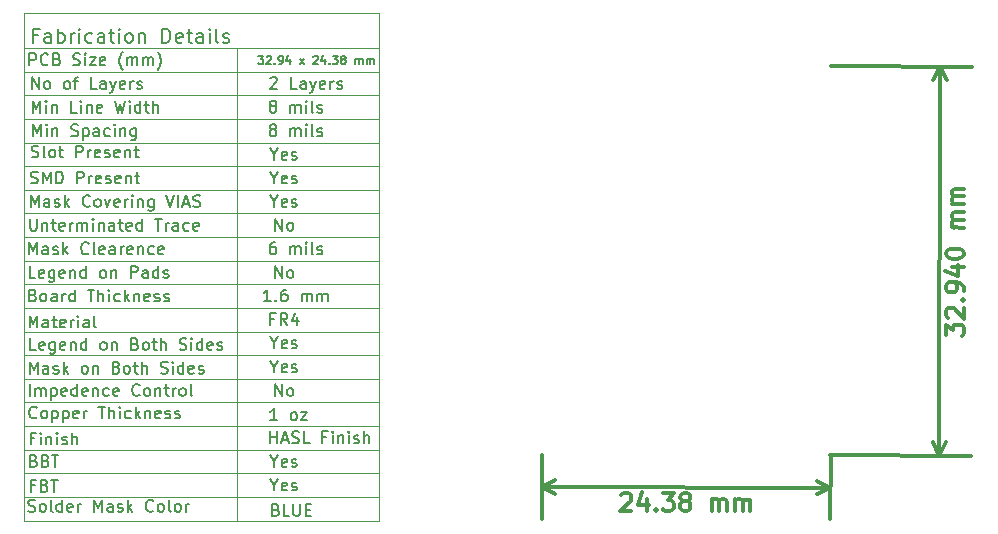
<source format=gbr>
G04 #@! TF.FileFunction,Drawing*
%FSLAX46Y46*%
G04 Gerber Fmt 4.6, Leading zero omitted, Abs format (unit mm)*
G04 Created by KiCad (PCBNEW 4.0.4-stable) date 01/02/17 19:22:38*
%MOMM*%
%LPD*%
G01*
G04 APERTURE LIST*
%ADD10C,0.100000*%
%ADD11C,0.150000*%
%ADD12C,0.300000*%
G04 APERTURE END LIST*
D10*
D11*
X146913333Y-97086667D02*
X147346666Y-97086667D01*
X147113333Y-97353333D01*
X147213333Y-97353333D01*
X147280000Y-97386667D01*
X147313333Y-97420000D01*
X147346666Y-97486667D01*
X147346666Y-97653333D01*
X147313333Y-97720000D01*
X147280000Y-97753333D01*
X147213333Y-97786667D01*
X147013333Y-97786667D01*
X146946666Y-97753333D01*
X146913333Y-97720000D01*
X147613333Y-97153333D02*
X147646667Y-97120000D01*
X147713333Y-97086667D01*
X147880000Y-97086667D01*
X147946667Y-97120000D01*
X147980000Y-97153333D01*
X148013333Y-97220000D01*
X148013333Y-97286667D01*
X147980000Y-97386667D01*
X147580000Y-97786667D01*
X148013333Y-97786667D01*
X148313334Y-97720000D02*
X148346667Y-97753333D01*
X148313334Y-97786667D01*
X148280000Y-97753333D01*
X148313334Y-97720000D01*
X148313334Y-97786667D01*
X148680000Y-97786667D02*
X148813333Y-97786667D01*
X148880000Y-97753333D01*
X148913333Y-97720000D01*
X148980000Y-97620000D01*
X149013333Y-97486667D01*
X149013333Y-97220000D01*
X148980000Y-97153333D01*
X148946667Y-97120000D01*
X148880000Y-97086667D01*
X148746667Y-97086667D01*
X148680000Y-97120000D01*
X148646667Y-97153333D01*
X148613333Y-97220000D01*
X148613333Y-97386667D01*
X148646667Y-97453333D01*
X148680000Y-97486667D01*
X148746667Y-97520000D01*
X148880000Y-97520000D01*
X148946667Y-97486667D01*
X148980000Y-97453333D01*
X149013333Y-97386667D01*
X149613334Y-97320000D02*
X149613334Y-97786667D01*
X149446667Y-97053333D02*
X149280000Y-97553333D01*
X149713334Y-97553333D01*
X150446667Y-97786667D02*
X150813334Y-97320000D01*
X150446667Y-97320000D02*
X150813334Y-97786667D01*
X151580000Y-97153333D02*
X151613334Y-97120000D01*
X151680000Y-97086667D01*
X151846667Y-97086667D01*
X151913334Y-97120000D01*
X151946667Y-97153333D01*
X151980000Y-97220000D01*
X151980000Y-97286667D01*
X151946667Y-97386667D01*
X151546667Y-97786667D01*
X151980000Y-97786667D01*
X152580001Y-97320000D02*
X152580001Y-97786667D01*
X152413334Y-97053333D02*
X152246667Y-97553333D01*
X152680001Y-97553333D01*
X152946668Y-97720000D02*
X152980001Y-97753333D01*
X152946668Y-97786667D01*
X152913334Y-97753333D01*
X152946668Y-97720000D01*
X152946668Y-97786667D01*
X153213334Y-97086667D02*
X153646667Y-97086667D01*
X153413334Y-97353333D01*
X153513334Y-97353333D01*
X153580001Y-97386667D01*
X153613334Y-97420000D01*
X153646667Y-97486667D01*
X153646667Y-97653333D01*
X153613334Y-97720000D01*
X153580001Y-97753333D01*
X153513334Y-97786667D01*
X153313334Y-97786667D01*
X153246667Y-97753333D01*
X153213334Y-97720000D01*
X154046668Y-97386667D02*
X153980001Y-97353333D01*
X153946668Y-97320000D01*
X153913334Y-97253333D01*
X153913334Y-97220000D01*
X153946668Y-97153333D01*
X153980001Y-97120000D01*
X154046668Y-97086667D01*
X154180001Y-97086667D01*
X154246668Y-97120000D01*
X154280001Y-97153333D01*
X154313334Y-97220000D01*
X154313334Y-97253333D01*
X154280001Y-97320000D01*
X154246668Y-97353333D01*
X154180001Y-97386667D01*
X154046668Y-97386667D01*
X153980001Y-97420000D01*
X153946668Y-97453333D01*
X153913334Y-97520000D01*
X153913334Y-97653333D01*
X153946668Y-97720000D01*
X153980001Y-97753333D01*
X154046668Y-97786667D01*
X154180001Y-97786667D01*
X154246668Y-97753333D01*
X154280001Y-97720000D01*
X154313334Y-97653333D01*
X154313334Y-97520000D01*
X154280001Y-97453333D01*
X154246668Y-97420000D01*
X154180001Y-97386667D01*
X155146668Y-97786667D02*
X155146668Y-97320000D01*
X155146668Y-97386667D02*
X155180001Y-97353333D01*
X155246668Y-97320000D01*
X155346668Y-97320000D01*
X155413334Y-97353333D01*
X155446668Y-97420000D01*
X155446668Y-97786667D01*
X155446668Y-97420000D02*
X155480001Y-97353333D01*
X155546668Y-97320000D01*
X155646668Y-97320000D01*
X155713334Y-97353333D01*
X155746668Y-97420000D01*
X155746668Y-97786667D01*
X156080001Y-97786667D02*
X156080001Y-97320000D01*
X156080001Y-97386667D02*
X156113334Y-97353333D01*
X156180001Y-97320000D01*
X156280001Y-97320000D01*
X156346667Y-97353333D01*
X156380001Y-97420000D01*
X156380001Y-97786667D01*
X156380001Y-97420000D02*
X156413334Y-97353333D01*
X156480001Y-97320000D01*
X156580001Y-97320000D01*
X156646667Y-97353333D01*
X156680001Y-97420000D01*
X156680001Y-97786667D01*
D12*
X177650474Y-134270695D02*
X177722107Y-134199471D01*
X177865168Y-134128452D01*
X178222310Y-134129476D01*
X178364962Y-134201314D01*
X178436185Y-134272947D01*
X178507204Y-134416008D01*
X178506794Y-134558865D01*
X178434752Y-134772945D01*
X177575156Y-135627627D01*
X178503723Y-135630289D01*
X179792298Y-134633978D02*
X179789432Y-135633974D01*
X179436795Y-134061529D02*
X179076582Y-135131929D01*
X180005150Y-135134590D01*
X180575552Y-135493370D02*
X180646775Y-135565003D01*
X180575142Y-135636226D01*
X180503918Y-135564594D01*
X180575552Y-135493370D01*
X180575142Y-135636226D01*
X181150869Y-134137870D02*
X182079436Y-134140532D01*
X181577800Y-134710526D01*
X181792085Y-134711140D01*
X181934737Y-134782978D01*
X182005961Y-134854610D01*
X182076979Y-134997672D01*
X182075955Y-135354813D01*
X182004118Y-135497465D01*
X181932485Y-135568689D01*
X181789423Y-135639707D01*
X181360853Y-135638478D01*
X181218202Y-135566641D01*
X181146979Y-135495008D01*
X182934733Y-134785844D02*
X182792080Y-134714006D01*
X182720857Y-134642373D01*
X182649838Y-134499312D01*
X182650043Y-134427884D01*
X182721881Y-134285232D01*
X182793513Y-134214008D01*
X182936575Y-134142989D01*
X183222288Y-134143808D01*
X183364940Y-134215646D01*
X183436164Y-134287280D01*
X183507182Y-134430341D01*
X183506977Y-134501769D01*
X183435140Y-134644420D01*
X183363507Y-134715644D01*
X183220446Y-134786663D01*
X182934733Y-134785844D01*
X182791671Y-134856863D01*
X182720038Y-134928087D01*
X182648200Y-135070738D01*
X182647381Y-135356451D01*
X182718400Y-135499512D01*
X182789623Y-135571146D01*
X182932276Y-135642983D01*
X183217989Y-135643802D01*
X183361050Y-135572784D01*
X183432683Y-135501560D01*
X183504520Y-135358908D01*
X183505339Y-135073195D01*
X183434321Y-134930134D01*
X183363097Y-134858501D01*
X183220446Y-134786663D01*
X185289408Y-135649740D02*
X185292275Y-134649744D01*
X185291865Y-134792601D02*
X185363498Y-134721377D01*
X185506560Y-134650358D01*
X185720844Y-134650972D01*
X185863495Y-134722811D01*
X185934515Y-134865872D01*
X185932262Y-135651582D01*
X185934515Y-134865872D02*
X186006353Y-134723220D01*
X186149414Y-134652201D01*
X186363698Y-134652815D01*
X186506351Y-134724653D01*
X186577369Y-134867714D01*
X186575117Y-135653425D01*
X187289400Y-135655473D02*
X187292266Y-134655477D01*
X187291857Y-134798334D02*
X187363489Y-134727110D01*
X187506551Y-134656091D01*
X187720836Y-134656705D01*
X187863487Y-134728543D01*
X187934506Y-134871605D01*
X187932254Y-135657315D01*
X187934506Y-134871605D02*
X188006345Y-134728953D01*
X188149406Y-134657934D01*
X188363690Y-134658548D01*
X188506343Y-134730386D01*
X188577361Y-134873447D01*
X188575109Y-135659158D01*
X170942375Y-133580035D02*
X195362375Y-133650035D01*
X170950000Y-130920000D02*
X170934635Y-136280024D01*
X195370000Y-130990000D02*
X195354635Y-136350024D01*
X195362375Y-133650035D02*
X194234195Y-134233224D01*
X195362375Y-133650035D02*
X194237557Y-133060388D01*
X170942375Y-133580035D02*
X172067193Y-134169682D01*
X170942375Y-133580035D02*
X172070555Y-132996846D01*
X205136722Y-120769378D02*
X205138977Y-119840810D01*
X205709190Y-120342197D01*
X205709710Y-120127911D01*
X205781486Y-119985228D01*
X205853087Y-119913973D01*
X205996117Y-119842892D01*
X206353259Y-119843759D01*
X206495942Y-119915534D01*
X206567198Y-119987136D01*
X206638278Y-120130166D01*
X206637238Y-120558737D01*
X206565463Y-120701420D01*
X206493861Y-120772675D01*
X205283222Y-119269731D02*
X205211967Y-119198129D01*
X205140885Y-119055099D01*
X205141752Y-118697957D01*
X205213528Y-118555274D01*
X205285130Y-118484018D01*
X205428160Y-118412937D01*
X205571017Y-118413284D01*
X205785129Y-118485233D01*
X206640187Y-119344455D01*
X206642442Y-118415886D01*
X206501147Y-117772684D02*
X206572749Y-117701430D01*
X206644003Y-117773031D01*
X206572402Y-117844287D01*
X206501147Y-117772684D01*
X206644003Y-117773031D01*
X206645911Y-116987320D02*
X206646605Y-116701605D01*
X206575524Y-116558575D01*
X206504269Y-116486974D01*
X206290332Y-116343596D01*
X206004791Y-116271474D01*
X205433365Y-116270087D01*
X205290335Y-116341168D01*
X205218732Y-116412423D01*
X205146957Y-116555106D01*
X205146263Y-116840819D01*
X205217345Y-116983850D01*
X205288600Y-117055451D01*
X205431283Y-117127227D01*
X205788425Y-117128095D01*
X205931455Y-117057013D01*
X206003056Y-116985758D01*
X206074832Y-116843074D01*
X206075526Y-116557361D01*
X206004444Y-116414331D01*
X205933190Y-116342729D01*
X205790507Y-116270954D01*
X205650772Y-114984897D02*
X206650769Y-114987326D01*
X205078478Y-115340651D02*
X206149035Y-115700395D01*
X206151291Y-114771826D01*
X205153375Y-113912258D02*
X205153722Y-113769401D01*
X205225498Y-113626718D01*
X205297100Y-113555463D01*
X205440130Y-113484381D01*
X205726017Y-113413647D01*
X206083159Y-113414514D01*
X206368698Y-113486636D01*
X206511382Y-113558412D01*
X206582637Y-113630014D01*
X206653718Y-113773044D01*
X206653371Y-113915901D01*
X206581596Y-114058584D01*
X206509994Y-114129839D01*
X206366964Y-114200920D01*
X206081077Y-114271655D01*
X205723935Y-114270787D01*
X205438395Y-114198665D01*
X205295712Y-114126890D01*
X205224457Y-114055288D01*
X205153375Y-113912258D01*
X206658922Y-111630193D02*
X205658925Y-111627765D01*
X205801783Y-111628112D02*
X205730527Y-111556510D01*
X205659445Y-111413479D01*
X205659966Y-111199195D01*
X205731742Y-111056512D01*
X205874772Y-110985430D01*
X206660483Y-110987338D01*
X205874772Y-110985430D02*
X205732088Y-110913654D01*
X205661007Y-110770624D01*
X205661527Y-110556340D01*
X205733303Y-110413656D01*
X205876333Y-110342575D01*
X206662045Y-110344483D01*
X206663779Y-109630199D02*
X205663782Y-109627771D01*
X205806640Y-109628118D02*
X205735385Y-109556516D01*
X205664303Y-109413485D01*
X205664823Y-109199201D01*
X205736599Y-109056518D01*
X205879629Y-108985436D01*
X206665341Y-108987344D01*
X205879629Y-108985436D02*
X205736946Y-108913660D01*
X205665864Y-108770630D01*
X205666384Y-108556346D01*
X205738160Y-108413662D01*
X205881190Y-108342581D01*
X206666902Y-108344489D01*
X204583418Y-130952401D02*
X204663418Y-98012401D01*
X195360000Y-130930000D02*
X207283410Y-130958958D01*
X195440000Y-97990000D02*
X207363410Y-98018958D01*
X204663418Y-98012401D02*
X205247101Y-99140326D01*
X204663418Y-98012401D02*
X204074263Y-99137477D01*
X204583418Y-130952401D02*
X205172573Y-129827325D01*
X204583418Y-130952401D02*
X203999735Y-129824476D01*
D10*
X127110000Y-93440000D02*
X127110000Y-136440000D01*
X127110000Y-134440000D02*
X157110000Y-134440000D01*
X157110000Y-93440000D02*
X157110000Y-136440000D01*
X127110000Y-96440000D02*
X157110000Y-96440000D01*
X127110000Y-93440000D02*
X157110000Y-93440000D01*
X127110000Y-98440000D02*
X157110000Y-98440000D01*
X127110000Y-100440000D02*
X157110000Y-100440000D01*
X127110000Y-102440000D02*
X157110000Y-102440000D01*
X127110000Y-106440000D02*
X157110000Y-106440000D01*
X127110000Y-104440000D02*
X157110000Y-104440000D01*
X127110000Y-108440000D02*
X157110000Y-108440000D01*
X127110000Y-110440000D02*
X157110000Y-110440000D01*
X127110000Y-112440000D02*
X157110000Y-112440000D01*
X127110000Y-114440000D02*
X157110000Y-114440000D01*
X127110000Y-116440000D02*
X157110000Y-116440000D01*
X127110000Y-118440000D02*
X157110000Y-118440000D01*
X127110000Y-120440000D02*
X157110000Y-120440000D01*
X127110000Y-122440000D02*
X157110000Y-122440000D01*
X127110000Y-124440000D02*
X157110000Y-124440000D01*
X127110000Y-126440000D02*
X157110000Y-126440000D01*
X127110000Y-128440000D02*
X157110000Y-128440000D01*
X127110000Y-130440000D02*
X157110000Y-130440000D01*
X127110000Y-132440000D02*
X157110000Y-132440000D01*
X145110000Y-136440000D02*
X145110000Y-96440000D01*
X127110000Y-136440000D02*
X157110000Y-136440000D01*
D11*
X127538571Y-97892381D02*
X127538571Y-96892381D01*
X127919524Y-96892381D01*
X128014762Y-96940000D01*
X128062381Y-96987619D01*
X128110000Y-97082857D01*
X128110000Y-97225714D01*
X128062381Y-97320952D01*
X128014762Y-97368571D01*
X127919524Y-97416190D01*
X127538571Y-97416190D01*
X129110000Y-97797143D02*
X129062381Y-97844762D01*
X128919524Y-97892381D01*
X128824286Y-97892381D01*
X128681428Y-97844762D01*
X128586190Y-97749524D01*
X128538571Y-97654286D01*
X128490952Y-97463810D01*
X128490952Y-97320952D01*
X128538571Y-97130476D01*
X128586190Y-97035238D01*
X128681428Y-96940000D01*
X128824286Y-96892381D01*
X128919524Y-96892381D01*
X129062381Y-96940000D01*
X129110000Y-96987619D01*
X129871905Y-97368571D02*
X130014762Y-97416190D01*
X130062381Y-97463810D01*
X130110000Y-97559048D01*
X130110000Y-97701905D01*
X130062381Y-97797143D01*
X130014762Y-97844762D01*
X129919524Y-97892381D01*
X129538571Y-97892381D01*
X129538571Y-96892381D01*
X129871905Y-96892381D01*
X129967143Y-96940000D01*
X130014762Y-96987619D01*
X130062381Y-97082857D01*
X130062381Y-97178095D01*
X130014762Y-97273333D01*
X129967143Y-97320952D01*
X129871905Y-97368571D01*
X129538571Y-97368571D01*
X131252857Y-97844762D02*
X131395714Y-97892381D01*
X131633810Y-97892381D01*
X131729048Y-97844762D01*
X131776667Y-97797143D01*
X131824286Y-97701905D01*
X131824286Y-97606667D01*
X131776667Y-97511429D01*
X131729048Y-97463810D01*
X131633810Y-97416190D01*
X131443333Y-97368571D01*
X131348095Y-97320952D01*
X131300476Y-97273333D01*
X131252857Y-97178095D01*
X131252857Y-97082857D01*
X131300476Y-96987619D01*
X131348095Y-96940000D01*
X131443333Y-96892381D01*
X131681429Y-96892381D01*
X131824286Y-96940000D01*
X132252857Y-97892381D02*
X132252857Y-97225714D01*
X132252857Y-96892381D02*
X132205238Y-96940000D01*
X132252857Y-96987619D01*
X132300476Y-96940000D01*
X132252857Y-96892381D01*
X132252857Y-96987619D01*
X132633809Y-97225714D02*
X133157619Y-97225714D01*
X132633809Y-97892381D01*
X133157619Y-97892381D01*
X133919524Y-97844762D02*
X133824286Y-97892381D01*
X133633809Y-97892381D01*
X133538571Y-97844762D01*
X133490952Y-97749524D01*
X133490952Y-97368571D01*
X133538571Y-97273333D01*
X133633809Y-97225714D01*
X133824286Y-97225714D01*
X133919524Y-97273333D01*
X133967143Y-97368571D01*
X133967143Y-97463810D01*
X133490952Y-97559048D01*
X135443334Y-98273333D02*
X135395714Y-98225714D01*
X135300476Y-98082857D01*
X135252857Y-97987619D01*
X135205238Y-97844762D01*
X135157619Y-97606667D01*
X135157619Y-97416190D01*
X135205238Y-97178095D01*
X135252857Y-97035238D01*
X135300476Y-96940000D01*
X135395714Y-96797143D01*
X135443334Y-96749524D01*
X135824286Y-97892381D02*
X135824286Y-97225714D01*
X135824286Y-97320952D02*
X135871905Y-97273333D01*
X135967143Y-97225714D01*
X136110001Y-97225714D01*
X136205239Y-97273333D01*
X136252858Y-97368571D01*
X136252858Y-97892381D01*
X136252858Y-97368571D02*
X136300477Y-97273333D01*
X136395715Y-97225714D01*
X136538572Y-97225714D01*
X136633810Y-97273333D01*
X136681429Y-97368571D01*
X136681429Y-97892381D01*
X137157619Y-97892381D02*
X137157619Y-97225714D01*
X137157619Y-97320952D02*
X137205238Y-97273333D01*
X137300476Y-97225714D01*
X137443334Y-97225714D01*
X137538572Y-97273333D01*
X137586191Y-97368571D01*
X137586191Y-97892381D01*
X137586191Y-97368571D02*
X137633810Y-97273333D01*
X137729048Y-97225714D01*
X137871905Y-97225714D01*
X137967143Y-97273333D01*
X138014762Y-97368571D01*
X138014762Y-97892381D01*
X138395714Y-98273333D02*
X138443333Y-98225714D01*
X138538571Y-98082857D01*
X138586190Y-97987619D01*
X138633809Y-97844762D01*
X138681428Y-97606667D01*
X138681428Y-97416190D01*
X138633809Y-97178095D01*
X138586190Y-97035238D01*
X138538571Y-96940000D01*
X138443333Y-96797143D01*
X138395714Y-96749524D01*
X128224287Y-95354286D02*
X127824287Y-95354286D01*
X127824287Y-95982857D02*
X127824287Y-94782857D01*
X128395716Y-94782857D01*
X129367144Y-95982857D02*
X129367144Y-95354286D01*
X129310001Y-95240000D01*
X129195715Y-95182857D01*
X128967144Y-95182857D01*
X128852858Y-95240000D01*
X129367144Y-95925714D02*
X129252858Y-95982857D01*
X128967144Y-95982857D01*
X128852858Y-95925714D01*
X128795715Y-95811429D01*
X128795715Y-95697143D01*
X128852858Y-95582857D01*
X128967144Y-95525714D01*
X129252858Y-95525714D01*
X129367144Y-95468571D01*
X129938572Y-95982857D02*
X129938572Y-94782857D01*
X129938572Y-95240000D02*
X130052858Y-95182857D01*
X130281429Y-95182857D01*
X130395715Y-95240000D01*
X130452858Y-95297143D01*
X130510001Y-95411429D01*
X130510001Y-95754286D01*
X130452858Y-95868571D01*
X130395715Y-95925714D01*
X130281429Y-95982857D01*
X130052858Y-95982857D01*
X129938572Y-95925714D01*
X131024286Y-95982857D02*
X131024286Y-95182857D01*
X131024286Y-95411429D02*
X131081429Y-95297143D01*
X131138572Y-95240000D01*
X131252858Y-95182857D01*
X131367143Y-95182857D01*
X131767143Y-95982857D02*
X131767143Y-95182857D01*
X131767143Y-94782857D02*
X131710000Y-94840000D01*
X131767143Y-94897143D01*
X131824286Y-94840000D01*
X131767143Y-94782857D01*
X131767143Y-94897143D01*
X132852858Y-95925714D02*
X132738572Y-95982857D01*
X132510001Y-95982857D01*
X132395715Y-95925714D01*
X132338572Y-95868571D01*
X132281429Y-95754286D01*
X132281429Y-95411429D01*
X132338572Y-95297143D01*
X132395715Y-95240000D01*
X132510001Y-95182857D01*
X132738572Y-95182857D01*
X132852858Y-95240000D01*
X133881429Y-95982857D02*
X133881429Y-95354286D01*
X133824286Y-95240000D01*
X133710000Y-95182857D01*
X133481429Y-95182857D01*
X133367143Y-95240000D01*
X133881429Y-95925714D02*
X133767143Y-95982857D01*
X133481429Y-95982857D01*
X133367143Y-95925714D01*
X133310000Y-95811429D01*
X133310000Y-95697143D01*
X133367143Y-95582857D01*
X133481429Y-95525714D01*
X133767143Y-95525714D01*
X133881429Y-95468571D01*
X134281429Y-95182857D02*
X134738572Y-95182857D01*
X134452857Y-94782857D02*
X134452857Y-95811429D01*
X134510000Y-95925714D01*
X134624286Y-95982857D01*
X134738572Y-95982857D01*
X135138571Y-95982857D02*
X135138571Y-95182857D01*
X135138571Y-94782857D02*
X135081428Y-94840000D01*
X135138571Y-94897143D01*
X135195714Y-94840000D01*
X135138571Y-94782857D01*
X135138571Y-94897143D01*
X135881429Y-95982857D02*
X135767143Y-95925714D01*
X135710000Y-95868571D01*
X135652857Y-95754286D01*
X135652857Y-95411429D01*
X135710000Y-95297143D01*
X135767143Y-95240000D01*
X135881429Y-95182857D01*
X136052857Y-95182857D01*
X136167143Y-95240000D01*
X136224286Y-95297143D01*
X136281429Y-95411429D01*
X136281429Y-95754286D01*
X136224286Y-95868571D01*
X136167143Y-95925714D01*
X136052857Y-95982857D01*
X135881429Y-95982857D01*
X136795714Y-95182857D02*
X136795714Y-95982857D01*
X136795714Y-95297143D02*
X136852857Y-95240000D01*
X136967143Y-95182857D01*
X137138571Y-95182857D01*
X137252857Y-95240000D01*
X137310000Y-95354286D01*
X137310000Y-95982857D01*
X138795714Y-95982857D02*
X138795714Y-94782857D01*
X139081429Y-94782857D01*
X139252857Y-94840000D01*
X139367143Y-94954286D01*
X139424286Y-95068571D01*
X139481429Y-95297143D01*
X139481429Y-95468571D01*
X139424286Y-95697143D01*
X139367143Y-95811429D01*
X139252857Y-95925714D01*
X139081429Y-95982857D01*
X138795714Y-95982857D01*
X140452857Y-95925714D02*
X140338571Y-95982857D01*
X140110000Y-95982857D01*
X139995714Y-95925714D01*
X139938571Y-95811429D01*
X139938571Y-95354286D01*
X139995714Y-95240000D01*
X140110000Y-95182857D01*
X140338571Y-95182857D01*
X140452857Y-95240000D01*
X140510000Y-95354286D01*
X140510000Y-95468571D01*
X139938571Y-95582857D01*
X140852857Y-95182857D02*
X141310000Y-95182857D01*
X141024285Y-94782857D02*
X141024285Y-95811429D01*
X141081428Y-95925714D01*
X141195714Y-95982857D01*
X141310000Y-95982857D01*
X142224285Y-95982857D02*
X142224285Y-95354286D01*
X142167142Y-95240000D01*
X142052856Y-95182857D01*
X141824285Y-95182857D01*
X141709999Y-95240000D01*
X142224285Y-95925714D02*
X142109999Y-95982857D01*
X141824285Y-95982857D01*
X141709999Y-95925714D01*
X141652856Y-95811429D01*
X141652856Y-95697143D01*
X141709999Y-95582857D01*
X141824285Y-95525714D01*
X142109999Y-95525714D01*
X142224285Y-95468571D01*
X142795713Y-95982857D02*
X142795713Y-95182857D01*
X142795713Y-94782857D02*
X142738570Y-94840000D01*
X142795713Y-94897143D01*
X142852856Y-94840000D01*
X142795713Y-94782857D01*
X142795713Y-94897143D01*
X143538571Y-95982857D02*
X143424285Y-95925714D01*
X143367142Y-95811429D01*
X143367142Y-94782857D01*
X143938570Y-95925714D02*
X144052856Y-95982857D01*
X144281428Y-95982857D01*
X144395713Y-95925714D01*
X144452856Y-95811429D01*
X144452856Y-95754286D01*
X144395713Y-95640000D01*
X144281428Y-95582857D01*
X144109999Y-95582857D01*
X143995713Y-95525714D01*
X143938570Y-95411429D01*
X143938570Y-95354286D01*
X143995713Y-95240000D01*
X144109999Y-95182857D01*
X144281428Y-95182857D01*
X144395713Y-95240000D01*
X127790951Y-99892381D02*
X127790951Y-98892381D01*
X128362380Y-99892381D01*
X128362380Y-98892381D01*
X128981427Y-99892381D02*
X128886189Y-99844762D01*
X128838570Y-99797143D01*
X128790951Y-99701905D01*
X128790951Y-99416190D01*
X128838570Y-99320952D01*
X128886189Y-99273333D01*
X128981427Y-99225714D01*
X129124285Y-99225714D01*
X129219523Y-99273333D01*
X129267142Y-99320952D01*
X129314761Y-99416190D01*
X129314761Y-99701905D01*
X129267142Y-99797143D01*
X129219523Y-99844762D01*
X129124285Y-99892381D01*
X128981427Y-99892381D01*
X130648094Y-99892381D02*
X130552856Y-99844762D01*
X130505237Y-99797143D01*
X130457618Y-99701905D01*
X130457618Y-99416190D01*
X130505237Y-99320952D01*
X130552856Y-99273333D01*
X130648094Y-99225714D01*
X130790952Y-99225714D01*
X130886190Y-99273333D01*
X130933809Y-99320952D01*
X130981428Y-99416190D01*
X130981428Y-99701905D01*
X130933809Y-99797143D01*
X130886190Y-99844762D01*
X130790952Y-99892381D01*
X130648094Y-99892381D01*
X131267142Y-99225714D02*
X131648094Y-99225714D01*
X131409999Y-99892381D02*
X131409999Y-99035238D01*
X131457618Y-98940000D01*
X131552856Y-98892381D01*
X131648094Y-98892381D01*
X133219524Y-99892381D02*
X132743333Y-99892381D01*
X132743333Y-98892381D01*
X133981429Y-99892381D02*
X133981429Y-99368571D01*
X133933810Y-99273333D01*
X133838572Y-99225714D01*
X133648095Y-99225714D01*
X133552857Y-99273333D01*
X133981429Y-99844762D02*
X133886191Y-99892381D01*
X133648095Y-99892381D01*
X133552857Y-99844762D01*
X133505238Y-99749524D01*
X133505238Y-99654286D01*
X133552857Y-99559048D01*
X133648095Y-99511429D01*
X133886191Y-99511429D01*
X133981429Y-99463810D01*
X134362381Y-99225714D02*
X134600476Y-99892381D01*
X134838572Y-99225714D02*
X134600476Y-99892381D01*
X134505238Y-100130476D01*
X134457619Y-100178095D01*
X134362381Y-100225714D01*
X135600477Y-99844762D02*
X135505239Y-99892381D01*
X135314762Y-99892381D01*
X135219524Y-99844762D01*
X135171905Y-99749524D01*
X135171905Y-99368571D01*
X135219524Y-99273333D01*
X135314762Y-99225714D01*
X135505239Y-99225714D01*
X135600477Y-99273333D01*
X135648096Y-99368571D01*
X135648096Y-99463810D01*
X135171905Y-99559048D01*
X136076667Y-99892381D02*
X136076667Y-99225714D01*
X136076667Y-99416190D02*
X136124286Y-99320952D01*
X136171905Y-99273333D01*
X136267143Y-99225714D01*
X136362382Y-99225714D01*
X136648096Y-99844762D02*
X136743334Y-99892381D01*
X136933810Y-99892381D01*
X137029049Y-99844762D01*
X137076668Y-99749524D01*
X137076668Y-99701905D01*
X137029049Y-99606667D01*
X136933810Y-99559048D01*
X136790953Y-99559048D01*
X136695715Y-99511429D01*
X136648096Y-99416190D01*
X136648096Y-99368571D01*
X136695715Y-99273333D01*
X136790953Y-99225714D01*
X136933810Y-99225714D01*
X137029049Y-99273333D01*
X127800476Y-101892381D02*
X127800476Y-100892381D01*
X128133810Y-101606667D01*
X128467143Y-100892381D01*
X128467143Y-101892381D01*
X128943333Y-101892381D02*
X128943333Y-101225714D01*
X128943333Y-100892381D02*
X128895714Y-100940000D01*
X128943333Y-100987619D01*
X128990952Y-100940000D01*
X128943333Y-100892381D01*
X128943333Y-100987619D01*
X129419523Y-101225714D02*
X129419523Y-101892381D01*
X129419523Y-101320952D02*
X129467142Y-101273333D01*
X129562380Y-101225714D01*
X129705238Y-101225714D01*
X129800476Y-101273333D01*
X129848095Y-101368571D01*
X129848095Y-101892381D01*
X131562381Y-101892381D02*
X131086190Y-101892381D01*
X131086190Y-100892381D01*
X131895714Y-101892381D02*
X131895714Y-101225714D01*
X131895714Y-100892381D02*
X131848095Y-100940000D01*
X131895714Y-100987619D01*
X131943333Y-100940000D01*
X131895714Y-100892381D01*
X131895714Y-100987619D01*
X132371904Y-101225714D02*
X132371904Y-101892381D01*
X132371904Y-101320952D02*
X132419523Y-101273333D01*
X132514761Y-101225714D01*
X132657619Y-101225714D01*
X132752857Y-101273333D01*
X132800476Y-101368571D01*
X132800476Y-101892381D01*
X133657619Y-101844762D02*
X133562381Y-101892381D01*
X133371904Y-101892381D01*
X133276666Y-101844762D01*
X133229047Y-101749524D01*
X133229047Y-101368571D01*
X133276666Y-101273333D01*
X133371904Y-101225714D01*
X133562381Y-101225714D01*
X133657619Y-101273333D01*
X133705238Y-101368571D01*
X133705238Y-101463810D01*
X133229047Y-101559048D01*
X134800476Y-100892381D02*
X135038571Y-101892381D01*
X135229048Y-101178095D01*
X135419524Y-101892381D01*
X135657619Y-100892381D01*
X136038571Y-101892381D02*
X136038571Y-101225714D01*
X136038571Y-100892381D02*
X135990952Y-100940000D01*
X136038571Y-100987619D01*
X136086190Y-100940000D01*
X136038571Y-100892381D01*
X136038571Y-100987619D01*
X136943333Y-101892381D02*
X136943333Y-100892381D01*
X136943333Y-101844762D02*
X136848095Y-101892381D01*
X136657618Y-101892381D01*
X136562380Y-101844762D01*
X136514761Y-101797143D01*
X136467142Y-101701905D01*
X136467142Y-101416190D01*
X136514761Y-101320952D01*
X136562380Y-101273333D01*
X136657618Y-101225714D01*
X136848095Y-101225714D01*
X136943333Y-101273333D01*
X137276666Y-101225714D02*
X137657618Y-101225714D01*
X137419523Y-100892381D02*
X137419523Y-101749524D01*
X137467142Y-101844762D01*
X137562380Y-101892381D01*
X137657618Y-101892381D01*
X137990952Y-101892381D02*
X137990952Y-100892381D01*
X138419524Y-101892381D02*
X138419524Y-101368571D01*
X138371905Y-101273333D01*
X138276667Y-101225714D01*
X138133809Y-101225714D01*
X138038571Y-101273333D01*
X137990952Y-101320952D01*
X127852857Y-103892381D02*
X127852857Y-102892381D01*
X128186191Y-103606667D01*
X128519524Y-102892381D01*
X128519524Y-103892381D01*
X128995714Y-103892381D02*
X128995714Y-103225714D01*
X128995714Y-102892381D02*
X128948095Y-102940000D01*
X128995714Y-102987619D01*
X129043333Y-102940000D01*
X128995714Y-102892381D01*
X128995714Y-102987619D01*
X129471904Y-103225714D02*
X129471904Y-103892381D01*
X129471904Y-103320952D02*
X129519523Y-103273333D01*
X129614761Y-103225714D01*
X129757619Y-103225714D01*
X129852857Y-103273333D01*
X129900476Y-103368571D01*
X129900476Y-103892381D01*
X131090952Y-103844762D02*
X131233809Y-103892381D01*
X131471905Y-103892381D01*
X131567143Y-103844762D01*
X131614762Y-103797143D01*
X131662381Y-103701905D01*
X131662381Y-103606667D01*
X131614762Y-103511429D01*
X131567143Y-103463810D01*
X131471905Y-103416190D01*
X131281428Y-103368571D01*
X131186190Y-103320952D01*
X131138571Y-103273333D01*
X131090952Y-103178095D01*
X131090952Y-103082857D01*
X131138571Y-102987619D01*
X131186190Y-102940000D01*
X131281428Y-102892381D01*
X131519524Y-102892381D01*
X131662381Y-102940000D01*
X132090952Y-103225714D02*
X132090952Y-104225714D01*
X132090952Y-103273333D02*
X132186190Y-103225714D01*
X132376667Y-103225714D01*
X132471905Y-103273333D01*
X132519524Y-103320952D01*
X132567143Y-103416190D01*
X132567143Y-103701905D01*
X132519524Y-103797143D01*
X132471905Y-103844762D01*
X132376667Y-103892381D01*
X132186190Y-103892381D01*
X132090952Y-103844762D01*
X133424286Y-103892381D02*
X133424286Y-103368571D01*
X133376667Y-103273333D01*
X133281429Y-103225714D01*
X133090952Y-103225714D01*
X132995714Y-103273333D01*
X133424286Y-103844762D02*
X133329048Y-103892381D01*
X133090952Y-103892381D01*
X132995714Y-103844762D01*
X132948095Y-103749524D01*
X132948095Y-103654286D01*
X132995714Y-103559048D01*
X133090952Y-103511429D01*
X133329048Y-103511429D01*
X133424286Y-103463810D01*
X134329048Y-103844762D02*
X134233810Y-103892381D01*
X134043333Y-103892381D01*
X133948095Y-103844762D01*
X133900476Y-103797143D01*
X133852857Y-103701905D01*
X133852857Y-103416190D01*
X133900476Y-103320952D01*
X133948095Y-103273333D01*
X134043333Y-103225714D01*
X134233810Y-103225714D01*
X134329048Y-103273333D01*
X134757619Y-103892381D02*
X134757619Y-103225714D01*
X134757619Y-102892381D02*
X134710000Y-102940000D01*
X134757619Y-102987619D01*
X134805238Y-102940000D01*
X134757619Y-102892381D01*
X134757619Y-102987619D01*
X135233809Y-103225714D02*
X135233809Y-103892381D01*
X135233809Y-103320952D02*
X135281428Y-103273333D01*
X135376666Y-103225714D01*
X135519524Y-103225714D01*
X135614762Y-103273333D01*
X135662381Y-103368571D01*
X135662381Y-103892381D01*
X136567143Y-103225714D02*
X136567143Y-104035238D01*
X136519524Y-104130476D01*
X136471905Y-104178095D01*
X136376666Y-104225714D01*
X136233809Y-104225714D01*
X136138571Y-104178095D01*
X136567143Y-103844762D02*
X136471905Y-103892381D01*
X136281428Y-103892381D01*
X136186190Y-103844762D01*
X136138571Y-103797143D01*
X136090952Y-103701905D01*
X136090952Y-103416190D01*
X136138571Y-103320952D01*
X136186190Y-103273333D01*
X136281428Y-103225714D01*
X136471905Y-103225714D01*
X136567143Y-103273333D01*
X127733808Y-105644762D02*
X127876665Y-105692381D01*
X128114761Y-105692381D01*
X128209999Y-105644762D01*
X128257618Y-105597143D01*
X128305237Y-105501905D01*
X128305237Y-105406667D01*
X128257618Y-105311429D01*
X128209999Y-105263810D01*
X128114761Y-105216190D01*
X127924284Y-105168571D01*
X127829046Y-105120952D01*
X127781427Y-105073333D01*
X127733808Y-104978095D01*
X127733808Y-104882857D01*
X127781427Y-104787619D01*
X127829046Y-104740000D01*
X127924284Y-104692381D01*
X128162380Y-104692381D01*
X128305237Y-104740000D01*
X128876665Y-105692381D02*
X128781427Y-105644762D01*
X128733808Y-105549524D01*
X128733808Y-104692381D01*
X129400475Y-105692381D02*
X129305237Y-105644762D01*
X129257618Y-105597143D01*
X129209999Y-105501905D01*
X129209999Y-105216190D01*
X129257618Y-105120952D01*
X129305237Y-105073333D01*
X129400475Y-105025714D01*
X129543333Y-105025714D01*
X129638571Y-105073333D01*
X129686190Y-105120952D01*
X129733809Y-105216190D01*
X129733809Y-105501905D01*
X129686190Y-105597143D01*
X129638571Y-105644762D01*
X129543333Y-105692381D01*
X129400475Y-105692381D01*
X130019523Y-105025714D02*
X130400475Y-105025714D01*
X130162380Y-104692381D02*
X130162380Y-105549524D01*
X130209999Y-105644762D01*
X130305237Y-105692381D01*
X130400475Y-105692381D01*
X131495714Y-105692381D02*
X131495714Y-104692381D01*
X131876667Y-104692381D01*
X131971905Y-104740000D01*
X132019524Y-104787619D01*
X132067143Y-104882857D01*
X132067143Y-105025714D01*
X132019524Y-105120952D01*
X131971905Y-105168571D01*
X131876667Y-105216190D01*
X131495714Y-105216190D01*
X132495714Y-105692381D02*
X132495714Y-105025714D01*
X132495714Y-105216190D02*
X132543333Y-105120952D01*
X132590952Y-105073333D01*
X132686190Y-105025714D01*
X132781429Y-105025714D01*
X133495715Y-105644762D02*
X133400477Y-105692381D01*
X133210000Y-105692381D01*
X133114762Y-105644762D01*
X133067143Y-105549524D01*
X133067143Y-105168571D01*
X133114762Y-105073333D01*
X133210000Y-105025714D01*
X133400477Y-105025714D01*
X133495715Y-105073333D01*
X133543334Y-105168571D01*
X133543334Y-105263810D01*
X133067143Y-105359048D01*
X133924286Y-105644762D02*
X134019524Y-105692381D01*
X134210000Y-105692381D01*
X134305239Y-105644762D01*
X134352858Y-105549524D01*
X134352858Y-105501905D01*
X134305239Y-105406667D01*
X134210000Y-105359048D01*
X134067143Y-105359048D01*
X133971905Y-105311429D01*
X133924286Y-105216190D01*
X133924286Y-105168571D01*
X133971905Y-105073333D01*
X134067143Y-105025714D01*
X134210000Y-105025714D01*
X134305239Y-105073333D01*
X135162382Y-105644762D02*
X135067144Y-105692381D01*
X134876667Y-105692381D01*
X134781429Y-105644762D01*
X134733810Y-105549524D01*
X134733810Y-105168571D01*
X134781429Y-105073333D01*
X134876667Y-105025714D01*
X135067144Y-105025714D01*
X135162382Y-105073333D01*
X135210001Y-105168571D01*
X135210001Y-105263810D01*
X134733810Y-105359048D01*
X135638572Y-105025714D02*
X135638572Y-105692381D01*
X135638572Y-105120952D02*
X135686191Y-105073333D01*
X135781429Y-105025714D01*
X135924287Y-105025714D01*
X136019525Y-105073333D01*
X136067144Y-105168571D01*
X136067144Y-105692381D01*
X136400477Y-105025714D02*
X136781429Y-105025714D01*
X136543334Y-104692381D02*
X136543334Y-105549524D01*
X136590953Y-105644762D01*
X136686191Y-105692381D01*
X136781429Y-105692381D01*
X127662380Y-107844762D02*
X127805237Y-107892381D01*
X128043333Y-107892381D01*
X128138571Y-107844762D01*
X128186190Y-107797143D01*
X128233809Y-107701905D01*
X128233809Y-107606667D01*
X128186190Y-107511429D01*
X128138571Y-107463810D01*
X128043333Y-107416190D01*
X127852856Y-107368571D01*
X127757618Y-107320952D01*
X127709999Y-107273333D01*
X127662380Y-107178095D01*
X127662380Y-107082857D01*
X127709999Y-106987619D01*
X127757618Y-106940000D01*
X127852856Y-106892381D01*
X128090952Y-106892381D01*
X128233809Y-106940000D01*
X128662380Y-107892381D02*
X128662380Y-106892381D01*
X128995714Y-107606667D01*
X129329047Y-106892381D01*
X129329047Y-107892381D01*
X129805237Y-107892381D02*
X129805237Y-106892381D01*
X130043332Y-106892381D01*
X130186190Y-106940000D01*
X130281428Y-107035238D01*
X130329047Y-107130476D01*
X130376666Y-107320952D01*
X130376666Y-107463810D01*
X130329047Y-107654286D01*
X130281428Y-107749524D01*
X130186190Y-107844762D01*
X130043332Y-107892381D01*
X129805237Y-107892381D01*
X131567142Y-107892381D02*
X131567142Y-106892381D01*
X131948095Y-106892381D01*
X132043333Y-106940000D01*
X132090952Y-106987619D01*
X132138571Y-107082857D01*
X132138571Y-107225714D01*
X132090952Y-107320952D01*
X132043333Y-107368571D01*
X131948095Y-107416190D01*
X131567142Y-107416190D01*
X132567142Y-107892381D02*
X132567142Y-107225714D01*
X132567142Y-107416190D02*
X132614761Y-107320952D01*
X132662380Y-107273333D01*
X132757618Y-107225714D01*
X132852857Y-107225714D01*
X133567143Y-107844762D02*
X133471905Y-107892381D01*
X133281428Y-107892381D01*
X133186190Y-107844762D01*
X133138571Y-107749524D01*
X133138571Y-107368571D01*
X133186190Y-107273333D01*
X133281428Y-107225714D01*
X133471905Y-107225714D01*
X133567143Y-107273333D01*
X133614762Y-107368571D01*
X133614762Y-107463810D01*
X133138571Y-107559048D01*
X133995714Y-107844762D02*
X134090952Y-107892381D01*
X134281428Y-107892381D01*
X134376667Y-107844762D01*
X134424286Y-107749524D01*
X134424286Y-107701905D01*
X134376667Y-107606667D01*
X134281428Y-107559048D01*
X134138571Y-107559048D01*
X134043333Y-107511429D01*
X133995714Y-107416190D01*
X133995714Y-107368571D01*
X134043333Y-107273333D01*
X134138571Y-107225714D01*
X134281428Y-107225714D01*
X134376667Y-107273333D01*
X135233810Y-107844762D02*
X135138572Y-107892381D01*
X134948095Y-107892381D01*
X134852857Y-107844762D01*
X134805238Y-107749524D01*
X134805238Y-107368571D01*
X134852857Y-107273333D01*
X134948095Y-107225714D01*
X135138572Y-107225714D01*
X135233810Y-107273333D01*
X135281429Y-107368571D01*
X135281429Y-107463810D01*
X134805238Y-107559048D01*
X135710000Y-107225714D02*
X135710000Y-107892381D01*
X135710000Y-107320952D02*
X135757619Y-107273333D01*
X135852857Y-107225714D01*
X135995715Y-107225714D01*
X136090953Y-107273333D01*
X136138572Y-107368571D01*
X136138572Y-107892381D01*
X136471905Y-107225714D02*
X136852857Y-107225714D01*
X136614762Y-106892381D02*
X136614762Y-107749524D01*
X136662381Y-107844762D01*
X136757619Y-107892381D01*
X136852857Y-107892381D01*
X127667142Y-109892381D02*
X127667142Y-108892381D01*
X128000476Y-109606667D01*
X128333809Y-108892381D01*
X128333809Y-109892381D01*
X129238571Y-109892381D02*
X129238571Y-109368571D01*
X129190952Y-109273333D01*
X129095714Y-109225714D01*
X128905237Y-109225714D01*
X128809999Y-109273333D01*
X129238571Y-109844762D02*
X129143333Y-109892381D01*
X128905237Y-109892381D01*
X128809999Y-109844762D01*
X128762380Y-109749524D01*
X128762380Y-109654286D01*
X128809999Y-109559048D01*
X128905237Y-109511429D01*
X129143333Y-109511429D01*
X129238571Y-109463810D01*
X129667142Y-109844762D02*
X129762380Y-109892381D01*
X129952856Y-109892381D01*
X130048095Y-109844762D01*
X130095714Y-109749524D01*
X130095714Y-109701905D01*
X130048095Y-109606667D01*
X129952856Y-109559048D01*
X129809999Y-109559048D01*
X129714761Y-109511429D01*
X129667142Y-109416190D01*
X129667142Y-109368571D01*
X129714761Y-109273333D01*
X129809999Y-109225714D01*
X129952856Y-109225714D01*
X130048095Y-109273333D01*
X130524285Y-109892381D02*
X130524285Y-108892381D01*
X130619523Y-109511429D02*
X130905238Y-109892381D01*
X130905238Y-109225714D02*
X130524285Y-109606667D01*
X132667143Y-109797143D02*
X132619524Y-109844762D01*
X132476667Y-109892381D01*
X132381429Y-109892381D01*
X132238571Y-109844762D01*
X132143333Y-109749524D01*
X132095714Y-109654286D01*
X132048095Y-109463810D01*
X132048095Y-109320952D01*
X132095714Y-109130476D01*
X132143333Y-109035238D01*
X132238571Y-108940000D01*
X132381429Y-108892381D01*
X132476667Y-108892381D01*
X132619524Y-108940000D01*
X132667143Y-108987619D01*
X133238571Y-109892381D02*
X133143333Y-109844762D01*
X133095714Y-109797143D01*
X133048095Y-109701905D01*
X133048095Y-109416190D01*
X133095714Y-109320952D01*
X133143333Y-109273333D01*
X133238571Y-109225714D01*
X133381429Y-109225714D01*
X133476667Y-109273333D01*
X133524286Y-109320952D01*
X133571905Y-109416190D01*
X133571905Y-109701905D01*
X133524286Y-109797143D01*
X133476667Y-109844762D01*
X133381429Y-109892381D01*
X133238571Y-109892381D01*
X133905238Y-109225714D02*
X134143333Y-109892381D01*
X134381429Y-109225714D01*
X135143334Y-109844762D02*
X135048096Y-109892381D01*
X134857619Y-109892381D01*
X134762381Y-109844762D01*
X134714762Y-109749524D01*
X134714762Y-109368571D01*
X134762381Y-109273333D01*
X134857619Y-109225714D01*
X135048096Y-109225714D01*
X135143334Y-109273333D01*
X135190953Y-109368571D01*
X135190953Y-109463810D01*
X134714762Y-109559048D01*
X135619524Y-109892381D02*
X135619524Y-109225714D01*
X135619524Y-109416190D02*
X135667143Y-109320952D01*
X135714762Y-109273333D01*
X135810000Y-109225714D01*
X135905239Y-109225714D01*
X136238572Y-109892381D02*
X136238572Y-109225714D01*
X136238572Y-108892381D02*
X136190953Y-108940000D01*
X136238572Y-108987619D01*
X136286191Y-108940000D01*
X136238572Y-108892381D01*
X136238572Y-108987619D01*
X136714762Y-109225714D02*
X136714762Y-109892381D01*
X136714762Y-109320952D02*
X136762381Y-109273333D01*
X136857619Y-109225714D01*
X137000477Y-109225714D01*
X137095715Y-109273333D01*
X137143334Y-109368571D01*
X137143334Y-109892381D01*
X138048096Y-109225714D02*
X138048096Y-110035238D01*
X138000477Y-110130476D01*
X137952858Y-110178095D01*
X137857619Y-110225714D01*
X137714762Y-110225714D01*
X137619524Y-110178095D01*
X138048096Y-109844762D02*
X137952858Y-109892381D01*
X137762381Y-109892381D01*
X137667143Y-109844762D01*
X137619524Y-109797143D01*
X137571905Y-109701905D01*
X137571905Y-109416190D01*
X137619524Y-109320952D01*
X137667143Y-109273333D01*
X137762381Y-109225714D01*
X137952858Y-109225714D01*
X138048096Y-109273333D01*
X139143334Y-108892381D02*
X139476667Y-109892381D01*
X139810001Y-108892381D01*
X140143334Y-109892381D02*
X140143334Y-108892381D01*
X140571905Y-109606667D02*
X141048096Y-109606667D01*
X140476667Y-109892381D02*
X140810000Y-108892381D01*
X141143334Y-109892381D01*
X141429048Y-109844762D02*
X141571905Y-109892381D01*
X141810001Y-109892381D01*
X141905239Y-109844762D01*
X141952858Y-109797143D01*
X142000477Y-109701905D01*
X142000477Y-109606667D01*
X141952858Y-109511429D01*
X141905239Y-109463810D01*
X141810001Y-109416190D01*
X141619524Y-109368571D01*
X141524286Y-109320952D01*
X141476667Y-109273333D01*
X141429048Y-109178095D01*
X141429048Y-109082857D01*
X141476667Y-108987619D01*
X141524286Y-108940000D01*
X141619524Y-108892381D01*
X141857620Y-108892381D01*
X142000477Y-108940000D01*
X127590951Y-110892381D02*
X127590951Y-111701905D01*
X127638570Y-111797143D01*
X127686189Y-111844762D01*
X127781427Y-111892381D01*
X127971904Y-111892381D01*
X128067142Y-111844762D01*
X128114761Y-111797143D01*
X128162380Y-111701905D01*
X128162380Y-110892381D01*
X128638570Y-111225714D02*
X128638570Y-111892381D01*
X128638570Y-111320952D02*
X128686189Y-111273333D01*
X128781427Y-111225714D01*
X128924285Y-111225714D01*
X129019523Y-111273333D01*
X129067142Y-111368571D01*
X129067142Y-111892381D01*
X129400475Y-111225714D02*
X129781427Y-111225714D01*
X129543332Y-110892381D02*
X129543332Y-111749524D01*
X129590951Y-111844762D01*
X129686189Y-111892381D01*
X129781427Y-111892381D01*
X130495714Y-111844762D02*
X130400476Y-111892381D01*
X130209999Y-111892381D01*
X130114761Y-111844762D01*
X130067142Y-111749524D01*
X130067142Y-111368571D01*
X130114761Y-111273333D01*
X130209999Y-111225714D01*
X130400476Y-111225714D01*
X130495714Y-111273333D01*
X130543333Y-111368571D01*
X130543333Y-111463810D01*
X130067142Y-111559048D01*
X130971904Y-111892381D02*
X130971904Y-111225714D01*
X130971904Y-111416190D02*
X131019523Y-111320952D01*
X131067142Y-111273333D01*
X131162380Y-111225714D01*
X131257619Y-111225714D01*
X131590952Y-111892381D02*
X131590952Y-111225714D01*
X131590952Y-111320952D02*
X131638571Y-111273333D01*
X131733809Y-111225714D01*
X131876667Y-111225714D01*
X131971905Y-111273333D01*
X132019524Y-111368571D01*
X132019524Y-111892381D01*
X132019524Y-111368571D02*
X132067143Y-111273333D01*
X132162381Y-111225714D01*
X132305238Y-111225714D01*
X132400476Y-111273333D01*
X132448095Y-111368571D01*
X132448095Y-111892381D01*
X132924285Y-111892381D02*
X132924285Y-111225714D01*
X132924285Y-110892381D02*
X132876666Y-110940000D01*
X132924285Y-110987619D01*
X132971904Y-110940000D01*
X132924285Y-110892381D01*
X132924285Y-110987619D01*
X133400475Y-111225714D02*
X133400475Y-111892381D01*
X133400475Y-111320952D02*
X133448094Y-111273333D01*
X133543332Y-111225714D01*
X133686190Y-111225714D01*
X133781428Y-111273333D01*
X133829047Y-111368571D01*
X133829047Y-111892381D01*
X134733809Y-111892381D02*
X134733809Y-111368571D01*
X134686190Y-111273333D01*
X134590952Y-111225714D01*
X134400475Y-111225714D01*
X134305237Y-111273333D01*
X134733809Y-111844762D02*
X134638571Y-111892381D01*
X134400475Y-111892381D01*
X134305237Y-111844762D01*
X134257618Y-111749524D01*
X134257618Y-111654286D01*
X134305237Y-111559048D01*
X134400475Y-111511429D01*
X134638571Y-111511429D01*
X134733809Y-111463810D01*
X135067142Y-111225714D02*
X135448094Y-111225714D01*
X135209999Y-110892381D02*
X135209999Y-111749524D01*
X135257618Y-111844762D01*
X135352856Y-111892381D01*
X135448094Y-111892381D01*
X136162381Y-111844762D02*
X136067143Y-111892381D01*
X135876666Y-111892381D01*
X135781428Y-111844762D01*
X135733809Y-111749524D01*
X135733809Y-111368571D01*
X135781428Y-111273333D01*
X135876666Y-111225714D01*
X136067143Y-111225714D01*
X136162381Y-111273333D01*
X136210000Y-111368571D01*
X136210000Y-111463810D01*
X135733809Y-111559048D01*
X137067143Y-111892381D02*
X137067143Y-110892381D01*
X137067143Y-111844762D02*
X136971905Y-111892381D01*
X136781428Y-111892381D01*
X136686190Y-111844762D01*
X136638571Y-111797143D01*
X136590952Y-111701905D01*
X136590952Y-111416190D01*
X136638571Y-111320952D01*
X136686190Y-111273333D01*
X136781428Y-111225714D01*
X136971905Y-111225714D01*
X137067143Y-111273333D01*
X138162381Y-110892381D02*
X138733810Y-110892381D01*
X138448095Y-111892381D02*
X138448095Y-110892381D01*
X139067143Y-111892381D02*
X139067143Y-111225714D01*
X139067143Y-111416190D02*
X139114762Y-111320952D01*
X139162381Y-111273333D01*
X139257619Y-111225714D01*
X139352858Y-111225714D01*
X140114763Y-111892381D02*
X140114763Y-111368571D01*
X140067144Y-111273333D01*
X139971906Y-111225714D01*
X139781429Y-111225714D01*
X139686191Y-111273333D01*
X140114763Y-111844762D02*
X140019525Y-111892381D01*
X139781429Y-111892381D01*
X139686191Y-111844762D01*
X139638572Y-111749524D01*
X139638572Y-111654286D01*
X139686191Y-111559048D01*
X139781429Y-111511429D01*
X140019525Y-111511429D01*
X140114763Y-111463810D01*
X141019525Y-111844762D02*
X140924287Y-111892381D01*
X140733810Y-111892381D01*
X140638572Y-111844762D01*
X140590953Y-111797143D01*
X140543334Y-111701905D01*
X140543334Y-111416190D01*
X140590953Y-111320952D01*
X140638572Y-111273333D01*
X140733810Y-111225714D01*
X140924287Y-111225714D01*
X141019525Y-111273333D01*
X141829049Y-111844762D02*
X141733811Y-111892381D01*
X141543334Y-111892381D01*
X141448096Y-111844762D01*
X141400477Y-111749524D01*
X141400477Y-111368571D01*
X141448096Y-111273333D01*
X141543334Y-111225714D01*
X141733811Y-111225714D01*
X141829049Y-111273333D01*
X141876668Y-111368571D01*
X141876668Y-111463810D01*
X141400477Y-111559048D01*
X127543332Y-113892381D02*
X127543332Y-112892381D01*
X127876666Y-113606667D01*
X128209999Y-112892381D01*
X128209999Y-113892381D01*
X129114761Y-113892381D02*
X129114761Y-113368571D01*
X129067142Y-113273333D01*
X128971904Y-113225714D01*
X128781427Y-113225714D01*
X128686189Y-113273333D01*
X129114761Y-113844762D02*
X129019523Y-113892381D01*
X128781427Y-113892381D01*
X128686189Y-113844762D01*
X128638570Y-113749524D01*
X128638570Y-113654286D01*
X128686189Y-113559048D01*
X128781427Y-113511429D01*
X129019523Y-113511429D01*
X129114761Y-113463810D01*
X129543332Y-113844762D02*
X129638570Y-113892381D01*
X129829046Y-113892381D01*
X129924285Y-113844762D01*
X129971904Y-113749524D01*
X129971904Y-113701905D01*
X129924285Y-113606667D01*
X129829046Y-113559048D01*
X129686189Y-113559048D01*
X129590951Y-113511429D01*
X129543332Y-113416190D01*
X129543332Y-113368571D01*
X129590951Y-113273333D01*
X129686189Y-113225714D01*
X129829046Y-113225714D01*
X129924285Y-113273333D01*
X130400475Y-113892381D02*
X130400475Y-112892381D01*
X130495713Y-113511429D02*
X130781428Y-113892381D01*
X130781428Y-113225714D02*
X130400475Y-113606667D01*
X132543333Y-113797143D02*
X132495714Y-113844762D01*
X132352857Y-113892381D01*
X132257619Y-113892381D01*
X132114761Y-113844762D01*
X132019523Y-113749524D01*
X131971904Y-113654286D01*
X131924285Y-113463810D01*
X131924285Y-113320952D01*
X131971904Y-113130476D01*
X132019523Y-113035238D01*
X132114761Y-112940000D01*
X132257619Y-112892381D01*
X132352857Y-112892381D01*
X132495714Y-112940000D01*
X132543333Y-112987619D01*
X133114761Y-113892381D02*
X133019523Y-113844762D01*
X132971904Y-113749524D01*
X132971904Y-112892381D01*
X133876667Y-113844762D02*
X133781429Y-113892381D01*
X133590952Y-113892381D01*
X133495714Y-113844762D01*
X133448095Y-113749524D01*
X133448095Y-113368571D01*
X133495714Y-113273333D01*
X133590952Y-113225714D01*
X133781429Y-113225714D01*
X133876667Y-113273333D01*
X133924286Y-113368571D01*
X133924286Y-113463810D01*
X133448095Y-113559048D01*
X134781429Y-113892381D02*
X134781429Y-113368571D01*
X134733810Y-113273333D01*
X134638572Y-113225714D01*
X134448095Y-113225714D01*
X134352857Y-113273333D01*
X134781429Y-113844762D02*
X134686191Y-113892381D01*
X134448095Y-113892381D01*
X134352857Y-113844762D01*
X134305238Y-113749524D01*
X134305238Y-113654286D01*
X134352857Y-113559048D01*
X134448095Y-113511429D01*
X134686191Y-113511429D01*
X134781429Y-113463810D01*
X135257619Y-113892381D02*
X135257619Y-113225714D01*
X135257619Y-113416190D02*
X135305238Y-113320952D01*
X135352857Y-113273333D01*
X135448095Y-113225714D01*
X135543334Y-113225714D01*
X136257620Y-113844762D02*
X136162382Y-113892381D01*
X135971905Y-113892381D01*
X135876667Y-113844762D01*
X135829048Y-113749524D01*
X135829048Y-113368571D01*
X135876667Y-113273333D01*
X135971905Y-113225714D01*
X136162382Y-113225714D01*
X136257620Y-113273333D01*
X136305239Y-113368571D01*
X136305239Y-113463810D01*
X135829048Y-113559048D01*
X136733810Y-113225714D02*
X136733810Y-113892381D01*
X136733810Y-113320952D02*
X136781429Y-113273333D01*
X136876667Y-113225714D01*
X137019525Y-113225714D01*
X137114763Y-113273333D01*
X137162382Y-113368571D01*
X137162382Y-113892381D01*
X138067144Y-113844762D02*
X137971906Y-113892381D01*
X137781429Y-113892381D01*
X137686191Y-113844762D01*
X137638572Y-113797143D01*
X137590953Y-113701905D01*
X137590953Y-113416190D01*
X137638572Y-113320952D01*
X137686191Y-113273333D01*
X137781429Y-113225714D01*
X137971906Y-113225714D01*
X138067144Y-113273333D01*
X138876668Y-113844762D02*
X138781430Y-113892381D01*
X138590953Y-113892381D01*
X138495715Y-113844762D01*
X138448096Y-113749524D01*
X138448096Y-113368571D01*
X138495715Y-113273333D01*
X138590953Y-113225714D01*
X138781430Y-113225714D01*
X138876668Y-113273333D01*
X138924287Y-113368571D01*
X138924287Y-113463810D01*
X138448096Y-113559048D01*
X128029047Y-115892381D02*
X127552856Y-115892381D01*
X127552856Y-114892381D01*
X128743333Y-115844762D02*
X128648095Y-115892381D01*
X128457618Y-115892381D01*
X128362380Y-115844762D01*
X128314761Y-115749524D01*
X128314761Y-115368571D01*
X128362380Y-115273333D01*
X128457618Y-115225714D01*
X128648095Y-115225714D01*
X128743333Y-115273333D01*
X128790952Y-115368571D01*
X128790952Y-115463810D01*
X128314761Y-115559048D01*
X129648095Y-115225714D02*
X129648095Y-116035238D01*
X129600476Y-116130476D01*
X129552857Y-116178095D01*
X129457618Y-116225714D01*
X129314761Y-116225714D01*
X129219523Y-116178095D01*
X129648095Y-115844762D02*
X129552857Y-115892381D01*
X129362380Y-115892381D01*
X129267142Y-115844762D01*
X129219523Y-115797143D01*
X129171904Y-115701905D01*
X129171904Y-115416190D01*
X129219523Y-115320952D01*
X129267142Y-115273333D01*
X129362380Y-115225714D01*
X129552857Y-115225714D01*
X129648095Y-115273333D01*
X130505238Y-115844762D02*
X130410000Y-115892381D01*
X130219523Y-115892381D01*
X130124285Y-115844762D01*
X130076666Y-115749524D01*
X130076666Y-115368571D01*
X130124285Y-115273333D01*
X130219523Y-115225714D01*
X130410000Y-115225714D01*
X130505238Y-115273333D01*
X130552857Y-115368571D01*
X130552857Y-115463810D01*
X130076666Y-115559048D01*
X130981428Y-115225714D02*
X130981428Y-115892381D01*
X130981428Y-115320952D02*
X131029047Y-115273333D01*
X131124285Y-115225714D01*
X131267143Y-115225714D01*
X131362381Y-115273333D01*
X131410000Y-115368571D01*
X131410000Y-115892381D01*
X132314762Y-115892381D02*
X132314762Y-114892381D01*
X132314762Y-115844762D02*
X132219524Y-115892381D01*
X132029047Y-115892381D01*
X131933809Y-115844762D01*
X131886190Y-115797143D01*
X131838571Y-115701905D01*
X131838571Y-115416190D01*
X131886190Y-115320952D01*
X131933809Y-115273333D01*
X132029047Y-115225714D01*
X132219524Y-115225714D01*
X132314762Y-115273333D01*
X133695714Y-115892381D02*
X133600476Y-115844762D01*
X133552857Y-115797143D01*
X133505238Y-115701905D01*
X133505238Y-115416190D01*
X133552857Y-115320952D01*
X133600476Y-115273333D01*
X133695714Y-115225714D01*
X133838572Y-115225714D01*
X133933810Y-115273333D01*
X133981429Y-115320952D01*
X134029048Y-115416190D01*
X134029048Y-115701905D01*
X133981429Y-115797143D01*
X133933810Y-115844762D01*
X133838572Y-115892381D01*
X133695714Y-115892381D01*
X134457619Y-115225714D02*
X134457619Y-115892381D01*
X134457619Y-115320952D02*
X134505238Y-115273333D01*
X134600476Y-115225714D01*
X134743334Y-115225714D01*
X134838572Y-115273333D01*
X134886191Y-115368571D01*
X134886191Y-115892381D01*
X136124286Y-115892381D02*
X136124286Y-114892381D01*
X136505239Y-114892381D01*
X136600477Y-114940000D01*
X136648096Y-114987619D01*
X136695715Y-115082857D01*
X136695715Y-115225714D01*
X136648096Y-115320952D01*
X136600477Y-115368571D01*
X136505239Y-115416190D01*
X136124286Y-115416190D01*
X137552858Y-115892381D02*
X137552858Y-115368571D01*
X137505239Y-115273333D01*
X137410001Y-115225714D01*
X137219524Y-115225714D01*
X137124286Y-115273333D01*
X137552858Y-115844762D02*
X137457620Y-115892381D01*
X137219524Y-115892381D01*
X137124286Y-115844762D01*
X137076667Y-115749524D01*
X137076667Y-115654286D01*
X137124286Y-115559048D01*
X137219524Y-115511429D01*
X137457620Y-115511429D01*
X137552858Y-115463810D01*
X138457620Y-115892381D02*
X138457620Y-114892381D01*
X138457620Y-115844762D02*
X138362382Y-115892381D01*
X138171905Y-115892381D01*
X138076667Y-115844762D01*
X138029048Y-115797143D01*
X137981429Y-115701905D01*
X137981429Y-115416190D01*
X138029048Y-115320952D01*
X138076667Y-115273333D01*
X138171905Y-115225714D01*
X138362382Y-115225714D01*
X138457620Y-115273333D01*
X138886191Y-115844762D02*
X138981429Y-115892381D01*
X139171905Y-115892381D01*
X139267144Y-115844762D01*
X139314763Y-115749524D01*
X139314763Y-115701905D01*
X139267144Y-115606667D01*
X139171905Y-115559048D01*
X139029048Y-115559048D01*
X138933810Y-115511429D01*
X138886191Y-115416190D01*
X138886191Y-115368571D01*
X138933810Y-115273333D01*
X139029048Y-115225714D01*
X139171905Y-115225714D01*
X139267144Y-115273333D01*
X127838571Y-117368571D02*
X127981428Y-117416190D01*
X128029047Y-117463810D01*
X128076666Y-117559048D01*
X128076666Y-117701905D01*
X128029047Y-117797143D01*
X127981428Y-117844762D01*
X127886190Y-117892381D01*
X127505237Y-117892381D01*
X127505237Y-116892381D01*
X127838571Y-116892381D01*
X127933809Y-116940000D01*
X127981428Y-116987619D01*
X128029047Y-117082857D01*
X128029047Y-117178095D01*
X127981428Y-117273333D01*
X127933809Y-117320952D01*
X127838571Y-117368571D01*
X127505237Y-117368571D01*
X128648094Y-117892381D02*
X128552856Y-117844762D01*
X128505237Y-117797143D01*
X128457618Y-117701905D01*
X128457618Y-117416190D01*
X128505237Y-117320952D01*
X128552856Y-117273333D01*
X128648094Y-117225714D01*
X128790952Y-117225714D01*
X128886190Y-117273333D01*
X128933809Y-117320952D01*
X128981428Y-117416190D01*
X128981428Y-117701905D01*
X128933809Y-117797143D01*
X128886190Y-117844762D01*
X128790952Y-117892381D01*
X128648094Y-117892381D01*
X129838571Y-117892381D02*
X129838571Y-117368571D01*
X129790952Y-117273333D01*
X129695714Y-117225714D01*
X129505237Y-117225714D01*
X129409999Y-117273333D01*
X129838571Y-117844762D02*
X129743333Y-117892381D01*
X129505237Y-117892381D01*
X129409999Y-117844762D01*
X129362380Y-117749524D01*
X129362380Y-117654286D01*
X129409999Y-117559048D01*
X129505237Y-117511429D01*
X129743333Y-117511429D01*
X129838571Y-117463810D01*
X130314761Y-117892381D02*
X130314761Y-117225714D01*
X130314761Y-117416190D02*
X130362380Y-117320952D01*
X130409999Y-117273333D01*
X130505237Y-117225714D01*
X130600476Y-117225714D01*
X131362381Y-117892381D02*
X131362381Y-116892381D01*
X131362381Y-117844762D02*
X131267143Y-117892381D01*
X131076666Y-117892381D01*
X130981428Y-117844762D01*
X130933809Y-117797143D01*
X130886190Y-117701905D01*
X130886190Y-117416190D01*
X130933809Y-117320952D01*
X130981428Y-117273333D01*
X131076666Y-117225714D01*
X131267143Y-117225714D01*
X131362381Y-117273333D01*
X132457619Y-116892381D02*
X133029048Y-116892381D01*
X132743333Y-117892381D02*
X132743333Y-116892381D01*
X133362381Y-117892381D02*
X133362381Y-116892381D01*
X133790953Y-117892381D02*
X133790953Y-117368571D01*
X133743334Y-117273333D01*
X133648096Y-117225714D01*
X133505238Y-117225714D01*
X133410000Y-117273333D01*
X133362381Y-117320952D01*
X134267143Y-117892381D02*
X134267143Y-117225714D01*
X134267143Y-116892381D02*
X134219524Y-116940000D01*
X134267143Y-116987619D01*
X134314762Y-116940000D01*
X134267143Y-116892381D01*
X134267143Y-116987619D01*
X135171905Y-117844762D02*
X135076667Y-117892381D01*
X134886190Y-117892381D01*
X134790952Y-117844762D01*
X134743333Y-117797143D01*
X134695714Y-117701905D01*
X134695714Y-117416190D01*
X134743333Y-117320952D01*
X134790952Y-117273333D01*
X134886190Y-117225714D01*
X135076667Y-117225714D01*
X135171905Y-117273333D01*
X135600476Y-117892381D02*
X135600476Y-116892381D01*
X135695714Y-117511429D02*
X135981429Y-117892381D01*
X135981429Y-117225714D02*
X135600476Y-117606667D01*
X136410000Y-117225714D02*
X136410000Y-117892381D01*
X136410000Y-117320952D02*
X136457619Y-117273333D01*
X136552857Y-117225714D01*
X136695715Y-117225714D01*
X136790953Y-117273333D01*
X136838572Y-117368571D01*
X136838572Y-117892381D01*
X137695715Y-117844762D02*
X137600477Y-117892381D01*
X137410000Y-117892381D01*
X137314762Y-117844762D01*
X137267143Y-117749524D01*
X137267143Y-117368571D01*
X137314762Y-117273333D01*
X137410000Y-117225714D01*
X137600477Y-117225714D01*
X137695715Y-117273333D01*
X137743334Y-117368571D01*
X137743334Y-117463810D01*
X137267143Y-117559048D01*
X138124286Y-117844762D02*
X138219524Y-117892381D01*
X138410000Y-117892381D01*
X138505239Y-117844762D01*
X138552858Y-117749524D01*
X138552858Y-117701905D01*
X138505239Y-117606667D01*
X138410000Y-117559048D01*
X138267143Y-117559048D01*
X138171905Y-117511429D01*
X138124286Y-117416190D01*
X138124286Y-117368571D01*
X138171905Y-117273333D01*
X138267143Y-117225714D01*
X138410000Y-117225714D01*
X138505239Y-117273333D01*
X138933810Y-117844762D02*
X139029048Y-117892381D01*
X139219524Y-117892381D01*
X139314763Y-117844762D01*
X139362382Y-117749524D01*
X139362382Y-117701905D01*
X139314763Y-117606667D01*
X139219524Y-117559048D01*
X139076667Y-117559048D01*
X138981429Y-117511429D01*
X138933810Y-117416190D01*
X138933810Y-117368571D01*
X138981429Y-117273333D01*
X139076667Y-117225714D01*
X139219524Y-117225714D01*
X139314763Y-117273333D01*
X127548095Y-120092381D02*
X127548095Y-119092381D01*
X127881429Y-119806667D01*
X128214762Y-119092381D01*
X128214762Y-120092381D01*
X129119524Y-120092381D02*
X129119524Y-119568571D01*
X129071905Y-119473333D01*
X128976667Y-119425714D01*
X128786190Y-119425714D01*
X128690952Y-119473333D01*
X129119524Y-120044762D02*
X129024286Y-120092381D01*
X128786190Y-120092381D01*
X128690952Y-120044762D01*
X128643333Y-119949524D01*
X128643333Y-119854286D01*
X128690952Y-119759048D01*
X128786190Y-119711429D01*
X129024286Y-119711429D01*
X129119524Y-119663810D01*
X129452857Y-119425714D02*
X129833809Y-119425714D01*
X129595714Y-119092381D02*
X129595714Y-119949524D01*
X129643333Y-120044762D01*
X129738571Y-120092381D01*
X129833809Y-120092381D01*
X130548096Y-120044762D02*
X130452858Y-120092381D01*
X130262381Y-120092381D01*
X130167143Y-120044762D01*
X130119524Y-119949524D01*
X130119524Y-119568571D01*
X130167143Y-119473333D01*
X130262381Y-119425714D01*
X130452858Y-119425714D01*
X130548096Y-119473333D01*
X130595715Y-119568571D01*
X130595715Y-119663810D01*
X130119524Y-119759048D01*
X131024286Y-120092381D02*
X131024286Y-119425714D01*
X131024286Y-119616190D02*
X131071905Y-119520952D01*
X131119524Y-119473333D01*
X131214762Y-119425714D01*
X131310001Y-119425714D01*
X131643334Y-120092381D02*
X131643334Y-119425714D01*
X131643334Y-119092381D02*
X131595715Y-119140000D01*
X131643334Y-119187619D01*
X131690953Y-119140000D01*
X131643334Y-119092381D01*
X131643334Y-119187619D01*
X132548096Y-120092381D02*
X132548096Y-119568571D01*
X132500477Y-119473333D01*
X132405239Y-119425714D01*
X132214762Y-119425714D01*
X132119524Y-119473333D01*
X132548096Y-120044762D02*
X132452858Y-120092381D01*
X132214762Y-120092381D01*
X132119524Y-120044762D01*
X132071905Y-119949524D01*
X132071905Y-119854286D01*
X132119524Y-119759048D01*
X132214762Y-119711429D01*
X132452858Y-119711429D01*
X132548096Y-119663810D01*
X133167143Y-120092381D02*
X133071905Y-120044762D01*
X133024286Y-119949524D01*
X133024286Y-119092381D01*
X128067142Y-121992381D02*
X127590951Y-121992381D01*
X127590951Y-120992381D01*
X128781428Y-121944762D02*
X128686190Y-121992381D01*
X128495713Y-121992381D01*
X128400475Y-121944762D01*
X128352856Y-121849524D01*
X128352856Y-121468571D01*
X128400475Y-121373333D01*
X128495713Y-121325714D01*
X128686190Y-121325714D01*
X128781428Y-121373333D01*
X128829047Y-121468571D01*
X128829047Y-121563810D01*
X128352856Y-121659048D01*
X129686190Y-121325714D02*
X129686190Y-122135238D01*
X129638571Y-122230476D01*
X129590952Y-122278095D01*
X129495713Y-122325714D01*
X129352856Y-122325714D01*
X129257618Y-122278095D01*
X129686190Y-121944762D02*
X129590952Y-121992381D01*
X129400475Y-121992381D01*
X129305237Y-121944762D01*
X129257618Y-121897143D01*
X129209999Y-121801905D01*
X129209999Y-121516190D01*
X129257618Y-121420952D01*
X129305237Y-121373333D01*
X129400475Y-121325714D01*
X129590952Y-121325714D01*
X129686190Y-121373333D01*
X130543333Y-121944762D02*
X130448095Y-121992381D01*
X130257618Y-121992381D01*
X130162380Y-121944762D01*
X130114761Y-121849524D01*
X130114761Y-121468571D01*
X130162380Y-121373333D01*
X130257618Y-121325714D01*
X130448095Y-121325714D01*
X130543333Y-121373333D01*
X130590952Y-121468571D01*
X130590952Y-121563810D01*
X130114761Y-121659048D01*
X131019523Y-121325714D02*
X131019523Y-121992381D01*
X131019523Y-121420952D02*
X131067142Y-121373333D01*
X131162380Y-121325714D01*
X131305238Y-121325714D01*
X131400476Y-121373333D01*
X131448095Y-121468571D01*
X131448095Y-121992381D01*
X132352857Y-121992381D02*
X132352857Y-120992381D01*
X132352857Y-121944762D02*
X132257619Y-121992381D01*
X132067142Y-121992381D01*
X131971904Y-121944762D01*
X131924285Y-121897143D01*
X131876666Y-121801905D01*
X131876666Y-121516190D01*
X131924285Y-121420952D01*
X131971904Y-121373333D01*
X132067142Y-121325714D01*
X132257619Y-121325714D01*
X132352857Y-121373333D01*
X133733809Y-121992381D02*
X133638571Y-121944762D01*
X133590952Y-121897143D01*
X133543333Y-121801905D01*
X133543333Y-121516190D01*
X133590952Y-121420952D01*
X133638571Y-121373333D01*
X133733809Y-121325714D01*
X133876667Y-121325714D01*
X133971905Y-121373333D01*
X134019524Y-121420952D01*
X134067143Y-121516190D01*
X134067143Y-121801905D01*
X134019524Y-121897143D01*
X133971905Y-121944762D01*
X133876667Y-121992381D01*
X133733809Y-121992381D01*
X134495714Y-121325714D02*
X134495714Y-121992381D01*
X134495714Y-121420952D02*
X134543333Y-121373333D01*
X134638571Y-121325714D01*
X134781429Y-121325714D01*
X134876667Y-121373333D01*
X134924286Y-121468571D01*
X134924286Y-121992381D01*
X136495715Y-121468571D02*
X136638572Y-121516190D01*
X136686191Y-121563810D01*
X136733810Y-121659048D01*
X136733810Y-121801905D01*
X136686191Y-121897143D01*
X136638572Y-121944762D01*
X136543334Y-121992381D01*
X136162381Y-121992381D01*
X136162381Y-120992381D01*
X136495715Y-120992381D01*
X136590953Y-121040000D01*
X136638572Y-121087619D01*
X136686191Y-121182857D01*
X136686191Y-121278095D01*
X136638572Y-121373333D01*
X136590953Y-121420952D01*
X136495715Y-121468571D01*
X136162381Y-121468571D01*
X137305238Y-121992381D02*
X137210000Y-121944762D01*
X137162381Y-121897143D01*
X137114762Y-121801905D01*
X137114762Y-121516190D01*
X137162381Y-121420952D01*
X137210000Y-121373333D01*
X137305238Y-121325714D01*
X137448096Y-121325714D01*
X137543334Y-121373333D01*
X137590953Y-121420952D01*
X137638572Y-121516190D01*
X137638572Y-121801905D01*
X137590953Y-121897143D01*
X137543334Y-121944762D01*
X137448096Y-121992381D01*
X137305238Y-121992381D01*
X137924286Y-121325714D02*
X138305238Y-121325714D01*
X138067143Y-120992381D02*
X138067143Y-121849524D01*
X138114762Y-121944762D01*
X138210000Y-121992381D01*
X138305238Y-121992381D01*
X138638572Y-121992381D02*
X138638572Y-120992381D01*
X139067144Y-121992381D02*
X139067144Y-121468571D01*
X139019525Y-121373333D01*
X138924287Y-121325714D01*
X138781429Y-121325714D01*
X138686191Y-121373333D01*
X138638572Y-121420952D01*
X140257620Y-121944762D02*
X140400477Y-121992381D01*
X140638573Y-121992381D01*
X140733811Y-121944762D01*
X140781430Y-121897143D01*
X140829049Y-121801905D01*
X140829049Y-121706667D01*
X140781430Y-121611429D01*
X140733811Y-121563810D01*
X140638573Y-121516190D01*
X140448096Y-121468571D01*
X140352858Y-121420952D01*
X140305239Y-121373333D01*
X140257620Y-121278095D01*
X140257620Y-121182857D01*
X140305239Y-121087619D01*
X140352858Y-121040000D01*
X140448096Y-120992381D01*
X140686192Y-120992381D01*
X140829049Y-121040000D01*
X141257620Y-121992381D02*
X141257620Y-121325714D01*
X141257620Y-120992381D02*
X141210001Y-121040000D01*
X141257620Y-121087619D01*
X141305239Y-121040000D01*
X141257620Y-120992381D01*
X141257620Y-121087619D01*
X142162382Y-121992381D02*
X142162382Y-120992381D01*
X142162382Y-121944762D02*
X142067144Y-121992381D01*
X141876667Y-121992381D01*
X141781429Y-121944762D01*
X141733810Y-121897143D01*
X141686191Y-121801905D01*
X141686191Y-121516190D01*
X141733810Y-121420952D01*
X141781429Y-121373333D01*
X141876667Y-121325714D01*
X142067144Y-121325714D01*
X142162382Y-121373333D01*
X143019525Y-121944762D02*
X142924287Y-121992381D01*
X142733810Y-121992381D01*
X142638572Y-121944762D01*
X142590953Y-121849524D01*
X142590953Y-121468571D01*
X142638572Y-121373333D01*
X142733810Y-121325714D01*
X142924287Y-121325714D01*
X143019525Y-121373333D01*
X143067144Y-121468571D01*
X143067144Y-121563810D01*
X142590953Y-121659048D01*
X143448096Y-121944762D02*
X143543334Y-121992381D01*
X143733810Y-121992381D01*
X143829049Y-121944762D01*
X143876668Y-121849524D01*
X143876668Y-121801905D01*
X143829049Y-121706667D01*
X143733810Y-121659048D01*
X143590953Y-121659048D01*
X143495715Y-121611429D01*
X143448096Y-121516190D01*
X143448096Y-121468571D01*
X143495715Y-121373333D01*
X143590953Y-121325714D01*
X143733810Y-121325714D01*
X143829049Y-121373333D01*
X127576666Y-123992381D02*
X127576666Y-122992381D01*
X127910000Y-123706667D01*
X128243333Y-122992381D01*
X128243333Y-123992381D01*
X129148095Y-123992381D02*
X129148095Y-123468571D01*
X129100476Y-123373333D01*
X129005238Y-123325714D01*
X128814761Y-123325714D01*
X128719523Y-123373333D01*
X129148095Y-123944762D02*
X129052857Y-123992381D01*
X128814761Y-123992381D01*
X128719523Y-123944762D01*
X128671904Y-123849524D01*
X128671904Y-123754286D01*
X128719523Y-123659048D01*
X128814761Y-123611429D01*
X129052857Y-123611429D01*
X129148095Y-123563810D01*
X129576666Y-123944762D02*
X129671904Y-123992381D01*
X129862380Y-123992381D01*
X129957619Y-123944762D01*
X130005238Y-123849524D01*
X130005238Y-123801905D01*
X129957619Y-123706667D01*
X129862380Y-123659048D01*
X129719523Y-123659048D01*
X129624285Y-123611429D01*
X129576666Y-123516190D01*
X129576666Y-123468571D01*
X129624285Y-123373333D01*
X129719523Y-123325714D01*
X129862380Y-123325714D01*
X129957619Y-123373333D01*
X130433809Y-123992381D02*
X130433809Y-122992381D01*
X130529047Y-123611429D02*
X130814762Y-123992381D01*
X130814762Y-123325714D02*
X130433809Y-123706667D01*
X132148095Y-123992381D02*
X132052857Y-123944762D01*
X132005238Y-123897143D01*
X131957619Y-123801905D01*
X131957619Y-123516190D01*
X132005238Y-123420952D01*
X132052857Y-123373333D01*
X132148095Y-123325714D01*
X132290953Y-123325714D01*
X132386191Y-123373333D01*
X132433810Y-123420952D01*
X132481429Y-123516190D01*
X132481429Y-123801905D01*
X132433810Y-123897143D01*
X132386191Y-123944762D01*
X132290953Y-123992381D01*
X132148095Y-123992381D01*
X132910000Y-123325714D02*
X132910000Y-123992381D01*
X132910000Y-123420952D02*
X132957619Y-123373333D01*
X133052857Y-123325714D01*
X133195715Y-123325714D01*
X133290953Y-123373333D01*
X133338572Y-123468571D01*
X133338572Y-123992381D01*
X134910001Y-123468571D02*
X135052858Y-123516190D01*
X135100477Y-123563810D01*
X135148096Y-123659048D01*
X135148096Y-123801905D01*
X135100477Y-123897143D01*
X135052858Y-123944762D01*
X134957620Y-123992381D01*
X134576667Y-123992381D01*
X134576667Y-122992381D01*
X134910001Y-122992381D01*
X135005239Y-123040000D01*
X135052858Y-123087619D01*
X135100477Y-123182857D01*
X135100477Y-123278095D01*
X135052858Y-123373333D01*
X135005239Y-123420952D01*
X134910001Y-123468571D01*
X134576667Y-123468571D01*
X135719524Y-123992381D02*
X135624286Y-123944762D01*
X135576667Y-123897143D01*
X135529048Y-123801905D01*
X135529048Y-123516190D01*
X135576667Y-123420952D01*
X135624286Y-123373333D01*
X135719524Y-123325714D01*
X135862382Y-123325714D01*
X135957620Y-123373333D01*
X136005239Y-123420952D01*
X136052858Y-123516190D01*
X136052858Y-123801905D01*
X136005239Y-123897143D01*
X135957620Y-123944762D01*
X135862382Y-123992381D01*
X135719524Y-123992381D01*
X136338572Y-123325714D02*
X136719524Y-123325714D01*
X136481429Y-122992381D02*
X136481429Y-123849524D01*
X136529048Y-123944762D01*
X136624286Y-123992381D01*
X136719524Y-123992381D01*
X137052858Y-123992381D02*
X137052858Y-122992381D01*
X137481430Y-123992381D02*
X137481430Y-123468571D01*
X137433811Y-123373333D01*
X137338573Y-123325714D01*
X137195715Y-123325714D01*
X137100477Y-123373333D01*
X137052858Y-123420952D01*
X138671906Y-123944762D02*
X138814763Y-123992381D01*
X139052859Y-123992381D01*
X139148097Y-123944762D01*
X139195716Y-123897143D01*
X139243335Y-123801905D01*
X139243335Y-123706667D01*
X139195716Y-123611429D01*
X139148097Y-123563810D01*
X139052859Y-123516190D01*
X138862382Y-123468571D01*
X138767144Y-123420952D01*
X138719525Y-123373333D01*
X138671906Y-123278095D01*
X138671906Y-123182857D01*
X138719525Y-123087619D01*
X138767144Y-123040000D01*
X138862382Y-122992381D01*
X139100478Y-122992381D01*
X139243335Y-123040000D01*
X139671906Y-123992381D02*
X139671906Y-123325714D01*
X139671906Y-122992381D02*
X139624287Y-123040000D01*
X139671906Y-123087619D01*
X139719525Y-123040000D01*
X139671906Y-122992381D01*
X139671906Y-123087619D01*
X140576668Y-123992381D02*
X140576668Y-122992381D01*
X140576668Y-123944762D02*
X140481430Y-123992381D01*
X140290953Y-123992381D01*
X140195715Y-123944762D01*
X140148096Y-123897143D01*
X140100477Y-123801905D01*
X140100477Y-123516190D01*
X140148096Y-123420952D01*
X140195715Y-123373333D01*
X140290953Y-123325714D01*
X140481430Y-123325714D01*
X140576668Y-123373333D01*
X141433811Y-123944762D02*
X141338573Y-123992381D01*
X141148096Y-123992381D01*
X141052858Y-123944762D01*
X141005239Y-123849524D01*
X141005239Y-123468571D01*
X141052858Y-123373333D01*
X141148096Y-123325714D01*
X141338573Y-123325714D01*
X141433811Y-123373333D01*
X141481430Y-123468571D01*
X141481430Y-123563810D01*
X141005239Y-123659048D01*
X141862382Y-123944762D02*
X141957620Y-123992381D01*
X142148096Y-123992381D01*
X142243335Y-123944762D01*
X142290954Y-123849524D01*
X142290954Y-123801905D01*
X142243335Y-123706667D01*
X142148096Y-123659048D01*
X142005239Y-123659048D01*
X141910001Y-123611429D01*
X141862382Y-123516190D01*
X141862382Y-123468571D01*
X141910001Y-123373333D01*
X142005239Y-123325714D01*
X142148096Y-123325714D01*
X142243335Y-123373333D01*
X127576666Y-125892381D02*
X127576666Y-124892381D01*
X128052856Y-125892381D02*
X128052856Y-125225714D01*
X128052856Y-125320952D02*
X128100475Y-125273333D01*
X128195713Y-125225714D01*
X128338571Y-125225714D01*
X128433809Y-125273333D01*
X128481428Y-125368571D01*
X128481428Y-125892381D01*
X128481428Y-125368571D02*
X128529047Y-125273333D01*
X128624285Y-125225714D01*
X128767142Y-125225714D01*
X128862380Y-125273333D01*
X128909999Y-125368571D01*
X128909999Y-125892381D01*
X129386189Y-125225714D02*
X129386189Y-126225714D01*
X129386189Y-125273333D02*
X129481427Y-125225714D01*
X129671904Y-125225714D01*
X129767142Y-125273333D01*
X129814761Y-125320952D01*
X129862380Y-125416190D01*
X129862380Y-125701905D01*
X129814761Y-125797143D01*
X129767142Y-125844762D01*
X129671904Y-125892381D01*
X129481427Y-125892381D01*
X129386189Y-125844762D01*
X130671904Y-125844762D02*
X130576666Y-125892381D01*
X130386189Y-125892381D01*
X130290951Y-125844762D01*
X130243332Y-125749524D01*
X130243332Y-125368571D01*
X130290951Y-125273333D01*
X130386189Y-125225714D01*
X130576666Y-125225714D01*
X130671904Y-125273333D01*
X130719523Y-125368571D01*
X130719523Y-125463810D01*
X130243332Y-125559048D01*
X131576666Y-125892381D02*
X131576666Y-124892381D01*
X131576666Y-125844762D02*
X131481428Y-125892381D01*
X131290951Y-125892381D01*
X131195713Y-125844762D01*
X131148094Y-125797143D01*
X131100475Y-125701905D01*
X131100475Y-125416190D01*
X131148094Y-125320952D01*
X131195713Y-125273333D01*
X131290951Y-125225714D01*
X131481428Y-125225714D01*
X131576666Y-125273333D01*
X132433809Y-125844762D02*
X132338571Y-125892381D01*
X132148094Y-125892381D01*
X132052856Y-125844762D01*
X132005237Y-125749524D01*
X132005237Y-125368571D01*
X132052856Y-125273333D01*
X132148094Y-125225714D01*
X132338571Y-125225714D01*
X132433809Y-125273333D01*
X132481428Y-125368571D01*
X132481428Y-125463810D01*
X132005237Y-125559048D01*
X132909999Y-125225714D02*
X132909999Y-125892381D01*
X132909999Y-125320952D02*
X132957618Y-125273333D01*
X133052856Y-125225714D01*
X133195714Y-125225714D01*
X133290952Y-125273333D01*
X133338571Y-125368571D01*
X133338571Y-125892381D01*
X134243333Y-125844762D02*
X134148095Y-125892381D01*
X133957618Y-125892381D01*
X133862380Y-125844762D01*
X133814761Y-125797143D01*
X133767142Y-125701905D01*
X133767142Y-125416190D01*
X133814761Y-125320952D01*
X133862380Y-125273333D01*
X133957618Y-125225714D01*
X134148095Y-125225714D01*
X134243333Y-125273333D01*
X135052857Y-125844762D02*
X134957619Y-125892381D01*
X134767142Y-125892381D01*
X134671904Y-125844762D01*
X134624285Y-125749524D01*
X134624285Y-125368571D01*
X134671904Y-125273333D01*
X134767142Y-125225714D01*
X134957619Y-125225714D01*
X135052857Y-125273333D01*
X135100476Y-125368571D01*
X135100476Y-125463810D01*
X134624285Y-125559048D01*
X136862381Y-125797143D02*
X136814762Y-125844762D01*
X136671905Y-125892381D01*
X136576667Y-125892381D01*
X136433809Y-125844762D01*
X136338571Y-125749524D01*
X136290952Y-125654286D01*
X136243333Y-125463810D01*
X136243333Y-125320952D01*
X136290952Y-125130476D01*
X136338571Y-125035238D01*
X136433809Y-124940000D01*
X136576667Y-124892381D01*
X136671905Y-124892381D01*
X136814762Y-124940000D01*
X136862381Y-124987619D01*
X137433809Y-125892381D02*
X137338571Y-125844762D01*
X137290952Y-125797143D01*
X137243333Y-125701905D01*
X137243333Y-125416190D01*
X137290952Y-125320952D01*
X137338571Y-125273333D01*
X137433809Y-125225714D01*
X137576667Y-125225714D01*
X137671905Y-125273333D01*
X137719524Y-125320952D01*
X137767143Y-125416190D01*
X137767143Y-125701905D01*
X137719524Y-125797143D01*
X137671905Y-125844762D01*
X137576667Y-125892381D01*
X137433809Y-125892381D01*
X138195714Y-125225714D02*
X138195714Y-125892381D01*
X138195714Y-125320952D02*
X138243333Y-125273333D01*
X138338571Y-125225714D01*
X138481429Y-125225714D01*
X138576667Y-125273333D01*
X138624286Y-125368571D01*
X138624286Y-125892381D01*
X138957619Y-125225714D02*
X139338571Y-125225714D01*
X139100476Y-124892381D02*
X139100476Y-125749524D01*
X139148095Y-125844762D01*
X139243333Y-125892381D01*
X139338571Y-125892381D01*
X139671905Y-125892381D02*
X139671905Y-125225714D01*
X139671905Y-125416190D02*
X139719524Y-125320952D01*
X139767143Y-125273333D01*
X139862381Y-125225714D01*
X139957620Y-125225714D01*
X140433810Y-125892381D02*
X140338572Y-125844762D01*
X140290953Y-125797143D01*
X140243334Y-125701905D01*
X140243334Y-125416190D01*
X140290953Y-125320952D01*
X140338572Y-125273333D01*
X140433810Y-125225714D01*
X140576668Y-125225714D01*
X140671906Y-125273333D01*
X140719525Y-125320952D01*
X140767144Y-125416190D01*
X140767144Y-125701905D01*
X140719525Y-125797143D01*
X140671906Y-125844762D01*
X140576668Y-125892381D01*
X140433810Y-125892381D01*
X141338572Y-125892381D02*
X141243334Y-125844762D01*
X141195715Y-125749524D01*
X141195715Y-124892381D01*
X128148095Y-127697143D02*
X128100476Y-127744762D01*
X127957619Y-127792381D01*
X127862381Y-127792381D01*
X127719523Y-127744762D01*
X127624285Y-127649524D01*
X127576666Y-127554286D01*
X127529047Y-127363810D01*
X127529047Y-127220952D01*
X127576666Y-127030476D01*
X127624285Y-126935238D01*
X127719523Y-126840000D01*
X127862381Y-126792381D01*
X127957619Y-126792381D01*
X128100476Y-126840000D01*
X128148095Y-126887619D01*
X128719523Y-127792381D02*
X128624285Y-127744762D01*
X128576666Y-127697143D01*
X128529047Y-127601905D01*
X128529047Y-127316190D01*
X128576666Y-127220952D01*
X128624285Y-127173333D01*
X128719523Y-127125714D01*
X128862381Y-127125714D01*
X128957619Y-127173333D01*
X129005238Y-127220952D01*
X129052857Y-127316190D01*
X129052857Y-127601905D01*
X129005238Y-127697143D01*
X128957619Y-127744762D01*
X128862381Y-127792381D01*
X128719523Y-127792381D01*
X129481428Y-127125714D02*
X129481428Y-128125714D01*
X129481428Y-127173333D02*
X129576666Y-127125714D01*
X129767143Y-127125714D01*
X129862381Y-127173333D01*
X129910000Y-127220952D01*
X129957619Y-127316190D01*
X129957619Y-127601905D01*
X129910000Y-127697143D01*
X129862381Y-127744762D01*
X129767143Y-127792381D01*
X129576666Y-127792381D01*
X129481428Y-127744762D01*
X130386190Y-127125714D02*
X130386190Y-128125714D01*
X130386190Y-127173333D02*
X130481428Y-127125714D01*
X130671905Y-127125714D01*
X130767143Y-127173333D01*
X130814762Y-127220952D01*
X130862381Y-127316190D01*
X130862381Y-127601905D01*
X130814762Y-127697143D01*
X130767143Y-127744762D01*
X130671905Y-127792381D01*
X130481428Y-127792381D01*
X130386190Y-127744762D01*
X131671905Y-127744762D02*
X131576667Y-127792381D01*
X131386190Y-127792381D01*
X131290952Y-127744762D01*
X131243333Y-127649524D01*
X131243333Y-127268571D01*
X131290952Y-127173333D01*
X131386190Y-127125714D01*
X131576667Y-127125714D01*
X131671905Y-127173333D01*
X131719524Y-127268571D01*
X131719524Y-127363810D01*
X131243333Y-127459048D01*
X132148095Y-127792381D02*
X132148095Y-127125714D01*
X132148095Y-127316190D02*
X132195714Y-127220952D01*
X132243333Y-127173333D01*
X132338571Y-127125714D01*
X132433810Y-127125714D01*
X133386191Y-126792381D02*
X133957620Y-126792381D01*
X133671905Y-127792381D02*
X133671905Y-126792381D01*
X134290953Y-127792381D02*
X134290953Y-126792381D01*
X134719525Y-127792381D02*
X134719525Y-127268571D01*
X134671906Y-127173333D01*
X134576668Y-127125714D01*
X134433810Y-127125714D01*
X134338572Y-127173333D01*
X134290953Y-127220952D01*
X135195715Y-127792381D02*
X135195715Y-127125714D01*
X135195715Y-126792381D02*
X135148096Y-126840000D01*
X135195715Y-126887619D01*
X135243334Y-126840000D01*
X135195715Y-126792381D01*
X135195715Y-126887619D01*
X136100477Y-127744762D02*
X136005239Y-127792381D01*
X135814762Y-127792381D01*
X135719524Y-127744762D01*
X135671905Y-127697143D01*
X135624286Y-127601905D01*
X135624286Y-127316190D01*
X135671905Y-127220952D01*
X135719524Y-127173333D01*
X135814762Y-127125714D01*
X136005239Y-127125714D01*
X136100477Y-127173333D01*
X136529048Y-127792381D02*
X136529048Y-126792381D01*
X136624286Y-127411429D02*
X136910001Y-127792381D01*
X136910001Y-127125714D02*
X136529048Y-127506667D01*
X137338572Y-127125714D02*
X137338572Y-127792381D01*
X137338572Y-127220952D02*
X137386191Y-127173333D01*
X137481429Y-127125714D01*
X137624287Y-127125714D01*
X137719525Y-127173333D01*
X137767144Y-127268571D01*
X137767144Y-127792381D01*
X138624287Y-127744762D02*
X138529049Y-127792381D01*
X138338572Y-127792381D01*
X138243334Y-127744762D01*
X138195715Y-127649524D01*
X138195715Y-127268571D01*
X138243334Y-127173333D01*
X138338572Y-127125714D01*
X138529049Y-127125714D01*
X138624287Y-127173333D01*
X138671906Y-127268571D01*
X138671906Y-127363810D01*
X138195715Y-127459048D01*
X139052858Y-127744762D02*
X139148096Y-127792381D01*
X139338572Y-127792381D01*
X139433811Y-127744762D01*
X139481430Y-127649524D01*
X139481430Y-127601905D01*
X139433811Y-127506667D01*
X139338572Y-127459048D01*
X139195715Y-127459048D01*
X139100477Y-127411429D01*
X139052858Y-127316190D01*
X139052858Y-127268571D01*
X139100477Y-127173333D01*
X139195715Y-127125714D01*
X139338572Y-127125714D01*
X139433811Y-127173333D01*
X139862382Y-127744762D02*
X139957620Y-127792381D01*
X140148096Y-127792381D01*
X140243335Y-127744762D01*
X140290954Y-127649524D01*
X140290954Y-127601905D01*
X140243335Y-127506667D01*
X140148096Y-127459048D01*
X140005239Y-127459048D01*
X139910001Y-127411429D01*
X139862382Y-127316190D01*
X139862382Y-127268571D01*
X139910001Y-127173333D01*
X140005239Y-127125714D01*
X140148096Y-127125714D01*
X140243335Y-127173333D01*
X127967144Y-129468571D02*
X127633810Y-129468571D01*
X127633810Y-129992381D02*
X127633810Y-128992381D01*
X128110001Y-128992381D01*
X128490953Y-129992381D02*
X128490953Y-129325714D01*
X128490953Y-128992381D02*
X128443334Y-129040000D01*
X128490953Y-129087619D01*
X128538572Y-129040000D01*
X128490953Y-128992381D01*
X128490953Y-129087619D01*
X128967143Y-129325714D02*
X128967143Y-129992381D01*
X128967143Y-129420952D02*
X129014762Y-129373333D01*
X129110000Y-129325714D01*
X129252858Y-129325714D01*
X129348096Y-129373333D01*
X129395715Y-129468571D01*
X129395715Y-129992381D01*
X129871905Y-129992381D02*
X129871905Y-129325714D01*
X129871905Y-128992381D02*
X129824286Y-129040000D01*
X129871905Y-129087619D01*
X129919524Y-129040000D01*
X129871905Y-128992381D01*
X129871905Y-129087619D01*
X130300476Y-129944762D02*
X130395714Y-129992381D01*
X130586190Y-129992381D01*
X130681429Y-129944762D01*
X130729048Y-129849524D01*
X130729048Y-129801905D01*
X130681429Y-129706667D01*
X130586190Y-129659048D01*
X130443333Y-129659048D01*
X130348095Y-129611429D01*
X130300476Y-129516190D01*
X130300476Y-129468571D01*
X130348095Y-129373333D01*
X130443333Y-129325714D01*
X130586190Y-129325714D01*
X130681429Y-129373333D01*
X131157619Y-129992381D02*
X131157619Y-128992381D01*
X131586191Y-129992381D02*
X131586191Y-129468571D01*
X131538572Y-129373333D01*
X131443334Y-129325714D01*
X131300476Y-129325714D01*
X131205238Y-129373333D01*
X131157619Y-129420952D01*
X127900477Y-131368571D02*
X128043334Y-131416190D01*
X128090953Y-131463810D01*
X128138572Y-131559048D01*
X128138572Y-131701905D01*
X128090953Y-131797143D01*
X128043334Y-131844762D01*
X127948096Y-131892381D01*
X127567143Y-131892381D01*
X127567143Y-130892381D01*
X127900477Y-130892381D01*
X127995715Y-130940000D01*
X128043334Y-130987619D01*
X128090953Y-131082857D01*
X128090953Y-131178095D01*
X128043334Y-131273333D01*
X127995715Y-131320952D01*
X127900477Y-131368571D01*
X127567143Y-131368571D01*
X128900477Y-131368571D02*
X129043334Y-131416190D01*
X129090953Y-131463810D01*
X129138572Y-131559048D01*
X129138572Y-131701905D01*
X129090953Y-131797143D01*
X129043334Y-131844762D01*
X128948096Y-131892381D01*
X128567143Y-131892381D01*
X128567143Y-130892381D01*
X128900477Y-130892381D01*
X128995715Y-130940000D01*
X129043334Y-130987619D01*
X129090953Y-131082857D01*
X129090953Y-131178095D01*
X129043334Y-131273333D01*
X128995715Y-131320952D01*
X128900477Y-131368571D01*
X128567143Y-131368571D01*
X129424286Y-130892381D02*
X129995715Y-130892381D01*
X129710000Y-131892381D02*
X129710000Y-130892381D01*
X127971905Y-133468571D02*
X127638571Y-133468571D01*
X127638571Y-133992381D02*
X127638571Y-132992381D01*
X128114762Y-132992381D01*
X128829048Y-133468571D02*
X128971905Y-133516190D01*
X129019524Y-133563810D01*
X129067143Y-133659048D01*
X129067143Y-133801905D01*
X129019524Y-133897143D01*
X128971905Y-133944762D01*
X128876667Y-133992381D01*
X128495714Y-133992381D01*
X128495714Y-132992381D01*
X128829048Y-132992381D01*
X128924286Y-133040000D01*
X128971905Y-133087619D01*
X129019524Y-133182857D01*
X129019524Y-133278095D01*
X128971905Y-133373333D01*
X128924286Y-133420952D01*
X128829048Y-133468571D01*
X128495714Y-133468571D01*
X129352857Y-132992381D02*
X129924286Y-132992381D01*
X129638571Y-133992381D02*
X129638571Y-132992381D01*
X127448094Y-135644762D02*
X127590951Y-135692381D01*
X127829047Y-135692381D01*
X127924285Y-135644762D01*
X127971904Y-135597143D01*
X128019523Y-135501905D01*
X128019523Y-135406667D01*
X127971904Y-135311429D01*
X127924285Y-135263810D01*
X127829047Y-135216190D01*
X127638570Y-135168571D01*
X127543332Y-135120952D01*
X127495713Y-135073333D01*
X127448094Y-134978095D01*
X127448094Y-134882857D01*
X127495713Y-134787619D01*
X127543332Y-134740000D01*
X127638570Y-134692381D01*
X127876666Y-134692381D01*
X128019523Y-134740000D01*
X128590951Y-135692381D02*
X128495713Y-135644762D01*
X128448094Y-135597143D01*
X128400475Y-135501905D01*
X128400475Y-135216190D01*
X128448094Y-135120952D01*
X128495713Y-135073333D01*
X128590951Y-135025714D01*
X128733809Y-135025714D01*
X128829047Y-135073333D01*
X128876666Y-135120952D01*
X128924285Y-135216190D01*
X128924285Y-135501905D01*
X128876666Y-135597143D01*
X128829047Y-135644762D01*
X128733809Y-135692381D01*
X128590951Y-135692381D01*
X129495713Y-135692381D02*
X129400475Y-135644762D01*
X129352856Y-135549524D01*
X129352856Y-134692381D01*
X130305238Y-135692381D02*
X130305238Y-134692381D01*
X130305238Y-135644762D02*
X130210000Y-135692381D01*
X130019523Y-135692381D01*
X129924285Y-135644762D01*
X129876666Y-135597143D01*
X129829047Y-135501905D01*
X129829047Y-135216190D01*
X129876666Y-135120952D01*
X129924285Y-135073333D01*
X130019523Y-135025714D01*
X130210000Y-135025714D01*
X130305238Y-135073333D01*
X131162381Y-135644762D02*
X131067143Y-135692381D01*
X130876666Y-135692381D01*
X130781428Y-135644762D01*
X130733809Y-135549524D01*
X130733809Y-135168571D01*
X130781428Y-135073333D01*
X130876666Y-135025714D01*
X131067143Y-135025714D01*
X131162381Y-135073333D01*
X131210000Y-135168571D01*
X131210000Y-135263810D01*
X130733809Y-135359048D01*
X131638571Y-135692381D02*
X131638571Y-135025714D01*
X131638571Y-135216190D02*
X131686190Y-135120952D01*
X131733809Y-135073333D01*
X131829047Y-135025714D01*
X131924286Y-135025714D01*
X133019524Y-135692381D02*
X133019524Y-134692381D01*
X133352858Y-135406667D01*
X133686191Y-134692381D01*
X133686191Y-135692381D01*
X134590953Y-135692381D02*
X134590953Y-135168571D01*
X134543334Y-135073333D01*
X134448096Y-135025714D01*
X134257619Y-135025714D01*
X134162381Y-135073333D01*
X134590953Y-135644762D02*
X134495715Y-135692381D01*
X134257619Y-135692381D01*
X134162381Y-135644762D01*
X134114762Y-135549524D01*
X134114762Y-135454286D01*
X134162381Y-135359048D01*
X134257619Y-135311429D01*
X134495715Y-135311429D01*
X134590953Y-135263810D01*
X135019524Y-135644762D02*
X135114762Y-135692381D01*
X135305238Y-135692381D01*
X135400477Y-135644762D01*
X135448096Y-135549524D01*
X135448096Y-135501905D01*
X135400477Y-135406667D01*
X135305238Y-135359048D01*
X135162381Y-135359048D01*
X135067143Y-135311429D01*
X135019524Y-135216190D01*
X135019524Y-135168571D01*
X135067143Y-135073333D01*
X135162381Y-135025714D01*
X135305238Y-135025714D01*
X135400477Y-135073333D01*
X135876667Y-135692381D02*
X135876667Y-134692381D01*
X135971905Y-135311429D02*
X136257620Y-135692381D01*
X136257620Y-135025714D02*
X135876667Y-135406667D01*
X138019525Y-135597143D02*
X137971906Y-135644762D01*
X137829049Y-135692381D01*
X137733811Y-135692381D01*
X137590953Y-135644762D01*
X137495715Y-135549524D01*
X137448096Y-135454286D01*
X137400477Y-135263810D01*
X137400477Y-135120952D01*
X137448096Y-134930476D01*
X137495715Y-134835238D01*
X137590953Y-134740000D01*
X137733811Y-134692381D01*
X137829049Y-134692381D01*
X137971906Y-134740000D01*
X138019525Y-134787619D01*
X138590953Y-135692381D02*
X138495715Y-135644762D01*
X138448096Y-135597143D01*
X138400477Y-135501905D01*
X138400477Y-135216190D01*
X138448096Y-135120952D01*
X138495715Y-135073333D01*
X138590953Y-135025714D01*
X138733811Y-135025714D01*
X138829049Y-135073333D01*
X138876668Y-135120952D01*
X138924287Y-135216190D01*
X138924287Y-135501905D01*
X138876668Y-135597143D01*
X138829049Y-135644762D01*
X138733811Y-135692381D01*
X138590953Y-135692381D01*
X139495715Y-135692381D02*
X139400477Y-135644762D01*
X139352858Y-135549524D01*
X139352858Y-134692381D01*
X140019525Y-135692381D02*
X139924287Y-135644762D01*
X139876668Y-135597143D01*
X139829049Y-135501905D01*
X139829049Y-135216190D01*
X139876668Y-135120952D01*
X139924287Y-135073333D01*
X140019525Y-135025714D01*
X140162383Y-135025714D01*
X140257621Y-135073333D01*
X140305240Y-135120952D01*
X140352859Y-135216190D01*
X140352859Y-135501905D01*
X140305240Y-135597143D01*
X140257621Y-135644762D01*
X140162383Y-135692381D01*
X140019525Y-135692381D01*
X140781430Y-135692381D02*
X140781430Y-135025714D01*
X140781430Y-135216190D02*
X140829049Y-135120952D01*
X140876668Y-135073333D01*
X140971906Y-135025714D01*
X141067145Y-135025714D01*
X147932380Y-98987619D02*
X147979999Y-98940000D01*
X148075237Y-98892381D01*
X148313333Y-98892381D01*
X148408571Y-98940000D01*
X148456190Y-98987619D01*
X148503809Y-99082857D01*
X148503809Y-99178095D01*
X148456190Y-99320952D01*
X147884761Y-99892381D01*
X148503809Y-99892381D01*
X150170476Y-99892381D02*
X149694285Y-99892381D01*
X149694285Y-98892381D01*
X150932381Y-99892381D02*
X150932381Y-99368571D01*
X150884762Y-99273333D01*
X150789524Y-99225714D01*
X150599047Y-99225714D01*
X150503809Y-99273333D01*
X150932381Y-99844762D02*
X150837143Y-99892381D01*
X150599047Y-99892381D01*
X150503809Y-99844762D01*
X150456190Y-99749524D01*
X150456190Y-99654286D01*
X150503809Y-99559048D01*
X150599047Y-99511429D01*
X150837143Y-99511429D01*
X150932381Y-99463810D01*
X151313333Y-99225714D02*
X151551428Y-99892381D01*
X151789524Y-99225714D02*
X151551428Y-99892381D01*
X151456190Y-100130476D01*
X151408571Y-100178095D01*
X151313333Y-100225714D01*
X152551429Y-99844762D02*
X152456191Y-99892381D01*
X152265714Y-99892381D01*
X152170476Y-99844762D01*
X152122857Y-99749524D01*
X152122857Y-99368571D01*
X152170476Y-99273333D01*
X152265714Y-99225714D01*
X152456191Y-99225714D01*
X152551429Y-99273333D01*
X152599048Y-99368571D01*
X152599048Y-99463810D01*
X152122857Y-99559048D01*
X153027619Y-99892381D02*
X153027619Y-99225714D01*
X153027619Y-99416190D02*
X153075238Y-99320952D01*
X153122857Y-99273333D01*
X153218095Y-99225714D01*
X153313334Y-99225714D01*
X153599048Y-99844762D02*
X153694286Y-99892381D01*
X153884762Y-99892381D01*
X153980001Y-99844762D01*
X154027620Y-99749524D01*
X154027620Y-99701905D01*
X153980001Y-99606667D01*
X153884762Y-99559048D01*
X153741905Y-99559048D01*
X153646667Y-99511429D01*
X153599048Y-99416190D01*
X153599048Y-99368571D01*
X153646667Y-99273333D01*
X153741905Y-99225714D01*
X153884762Y-99225714D01*
X153980001Y-99273333D01*
X148062381Y-101320952D02*
X147967143Y-101273333D01*
X147919524Y-101225714D01*
X147871905Y-101130476D01*
X147871905Y-101082857D01*
X147919524Y-100987619D01*
X147967143Y-100940000D01*
X148062381Y-100892381D01*
X148252858Y-100892381D01*
X148348096Y-100940000D01*
X148395715Y-100987619D01*
X148443334Y-101082857D01*
X148443334Y-101130476D01*
X148395715Y-101225714D01*
X148348096Y-101273333D01*
X148252858Y-101320952D01*
X148062381Y-101320952D01*
X147967143Y-101368571D01*
X147919524Y-101416190D01*
X147871905Y-101511429D01*
X147871905Y-101701905D01*
X147919524Y-101797143D01*
X147967143Y-101844762D01*
X148062381Y-101892381D01*
X148252858Y-101892381D01*
X148348096Y-101844762D01*
X148395715Y-101797143D01*
X148443334Y-101701905D01*
X148443334Y-101511429D01*
X148395715Y-101416190D01*
X148348096Y-101368571D01*
X148252858Y-101320952D01*
X149633810Y-101892381D02*
X149633810Y-101225714D01*
X149633810Y-101320952D02*
X149681429Y-101273333D01*
X149776667Y-101225714D01*
X149919525Y-101225714D01*
X150014763Y-101273333D01*
X150062382Y-101368571D01*
X150062382Y-101892381D01*
X150062382Y-101368571D02*
X150110001Y-101273333D01*
X150205239Y-101225714D01*
X150348096Y-101225714D01*
X150443334Y-101273333D01*
X150490953Y-101368571D01*
X150490953Y-101892381D01*
X150967143Y-101892381D02*
X150967143Y-101225714D01*
X150967143Y-100892381D02*
X150919524Y-100940000D01*
X150967143Y-100987619D01*
X151014762Y-100940000D01*
X150967143Y-100892381D01*
X150967143Y-100987619D01*
X151586190Y-101892381D02*
X151490952Y-101844762D01*
X151443333Y-101749524D01*
X151443333Y-100892381D01*
X151919524Y-101844762D02*
X152014762Y-101892381D01*
X152205238Y-101892381D01*
X152300477Y-101844762D01*
X152348096Y-101749524D01*
X152348096Y-101701905D01*
X152300477Y-101606667D01*
X152205238Y-101559048D01*
X152062381Y-101559048D01*
X151967143Y-101511429D01*
X151919524Y-101416190D01*
X151919524Y-101368571D01*
X151967143Y-101273333D01*
X152062381Y-101225714D01*
X152205238Y-101225714D01*
X152300477Y-101273333D01*
X148062381Y-103320952D02*
X147967143Y-103273333D01*
X147919524Y-103225714D01*
X147871905Y-103130476D01*
X147871905Y-103082857D01*
X147919524Y-102987619D01*
X147967143Y-102940000D01*
X148062381Y-102892381D01*
X148252858Y-102892381D01*
X148348096Y-102940000D01*
X148395715Y-102987619D01*
X148443334Y-103082857D01*
X148443334Y-103130476D01*
X148395715Y-103225714D01*
X148348096Y-103273333D01*
X148252858Y-103320952D01*
X148062381Y-103320952D01*
X147967143Y-103368571D01*
X147919524Y-103416190D01*
X147871905Y-103511429D01*
X147871905Y-103701905D01*
X147919524Y-103797143D01*
X147967143Y-103844762D01*
X148062381Y-103892381D01*
X148252858Y-103892381D01*
X148348096Y-103844762D01*
X148395715Y-103797143D01*
X148443334Y-103701905D01*
X148443334Y-103511429D01*
X148395715Y-103416190D01*
X148348096Y-103368571D01*
X148252858Y-103320952D01*
X149633810Y-103892381D02*
X149633810Y-103225714D01*
X149633810Y-103320952D02*
X149681429Y-103273333D01*
X149776667Y-103225714D01*
X149919525Y-103225714D01*
X150014763Y-103273333D01*
X150062382Y-103368571D01*
X150062382Y-103892381D01*
X150062382Y-103368571D02*
X150110001Y-103273333D01*
X150205239Y-103225714D01*
X150348096Y-103225714D01*
X150443334Y-103273333D01*
X150490953Y-103368571D01*
X150490953Y-103892381D01*
X150967143Y-103892381D02*
X150967143Y-103225714D01*
X150967143Y-102892381D02*
X150919524Y-102940000D01*
X150967143Y-102987619D01*
X151014762Y-102940000D01*
X150967143Y-102892381D01*
X150967143Y-102987619D01*
X151586190Y-103892381D02*
X151490952Y-103844762D01*
X151443333Y-103749524D01*
X151443333Y-102892381D01*
X151919524Y-103844762D02*
X152014762Y-103892381D01*
X152205238Y-103892381D01*
X152300477Y-103844762D01*
X152348096Y-103749524D01*
X152348096Y-103701905D01*
X152300477Y-103606667D01*
X152205238Y-103559048D01*
X152062381Y-103559048D01*
X151967143Y-103511429D01*
X151919524Y-103416190D01*
X151919524Y-103368571D01*
X151967143Y-103273333D01*
X152062381Y-103225714D01*
X152205238Y-103225714D01*
X152300477Y-103273333D01*
X148276666Y-105416190D02*
X148276666Y-105892381D01*
X147943333Y-104892381D02*
X148276666Y-105416190D01*
X148610000Y-104892381D01*
X149324286Y-105844762D02*
X149229048Y-105892381D01*
X149038571Y-105892381D01*
X148943333Y-105844762D01*
X148895714Y-105749524D01*
X148895714Y-105368571D01*
X148943333Y-105273333D01*
X149038571Y-105225714D01*
X149229048Y-105225714D01*
X149324286Y-105273333D01*
X149371905Y-105368571D01*
X149371905Y-105463810D01*
X148895714Y-105559048D01*
X149752857Y-105844762D02*
X149848095Y-105892381D01*
X150038571Y-105892381D01*
X150133810Y-105844762D01*
X150181429Y-105749524D01*
X150181429Y-105701905D01*
X150133810Y-105606667D01*
X150038571Y-105559048D01*
X149895714Y-105559048D01*
X149800476Y-105511429D01*
X149752857Y-105416190D01*
X149752857Y-105368571D01*
X149800476Y-105273333D01*
X149895714Y-105225714D01*
X150038571Y-105225714D01*
X150133810Y-105273333D01*
X148276666Y-107416190D02*
X148276666Y-107892381D01*
X147943333Y-106892381D02*
X148276666Y-107416190D01*
X148610000Y-106892381D01*
X149324286Y-107844762D02*
X149229048Y-107892381D01*
X149038571Y-107892381D01*
X148943333Y-107844762D01*
X148895714Y-107749524D01*
X148895714Y-107368571D01*
X148943333Y-107273333D01*
X149038571Y-107225714D01*
X149229048Y-107225714D01*
X149324286Y-107273333D01*
X149371905Y-107368571D01*
X149371905Y-107463810D01*
X148895714Y-107559048D01*
X149752857Y-107844762D02*
X149848095Y-107892381D01*
X150038571Y-107892381D01*
X150133810Y-107844762D01*
X150181429Y-107749524D01*
X150181429Y-107701905D01*
X150133810Y-107606667D01*
X150038571Y-107559048D01*
X149895714Y-107559048D01*
X149800476Y-107511429D01*
X149752857Y-107416190D01*
X149752857Y-107368571D01*
X149800476Y-107273333D01*
X149895714Y-107225714D01*
X150038571Y-107225714D01*
X150133810Y-107273333D01*
X148276666Y-109416190D02*
X148276666Y-109892381D01*
X147943333Y-108892381D02*
X148276666Y-109416190D01*
X148610000Y-108892381D01*
X149324286Y-109844762D02*
X149229048Y-109892381D01*
X149038571Y-109892381D01*
X148943333Y-109844762D01*
X148895714Y-109749524D01*
X148895714Y-109368571D01*
X148943333Y-109273333D01*
X149038571Y-109225714D01*
X149229048Y-109225714D01*
X149324286Y-109273333D01*
X149371905Y-109368571D01*
X149371905Y-109463810D01*
X148895714Y-109559048D01*
X149752857Y-109844762D02*
X149848095Y-109892381D01*
X150038571Y-109892381D01*
X150133810Y-109844762D01*
X150181429Y-109749524D01*
X150181429Y-109701905D01*
X150133810Y-109606667D01*
X150038571Y-109559048D01*
X149895714Y-109559048D01*
X149800476Y-109511429D01*
X149752857Y-109416190D01*
X149752857Y-109368571D01*
X149800476Y-109273333D01*
X149895714Y-109225714D01*
X150038571Y-109225714D01*
X150133810Y-109273333D01*
X148371905Y-111892381D02*
X148371905Y-110892381D01*
X148943334Y-111892381D01*
X148943334Y-110892381D01*
X149562381Y-111892381D02*
X149467143Y-111844762D01*
X149419524Y-111797143D01*
X149371905Y-111701905D01*
X149371905Y-111416190D01*
X149419524Y-111320952D01*
X149467143Y-111273333D01*
X149562381Y-111225714D01*
X149705239Y-111225714D01*
X149800477Y-111273333D01*
X149848096Y-111320952D01*
X149895715Y-111416190D01*
X149895715Y-111701905D01*
X149848096Y-111797143D01*
X149800477Y-111844762D01*
X149705239Y-111892381D01*
X149562381Y-111892381D01*
X148348096Y-112892381D02*
X148157619Y-112892381D01*
X148062381Y-112940000D01*
X148014762Y-112987619D01*
X147919524Y-113130476D01*
X147871905Y-113320952D01*
X147871905Y-113701905D01*
X147919524Y-113797143D01*
X147967143Y-113844762D01*
X148062381Y-113892381D01*
X148252858Y-113892381D01*
X148348096Y-113844762D01*
X148395715Y-113797143D01*
X148443334Y-113701905D01*
X148443334Y-113463810D01*
X148395715Y-113368571D01*
X148348096Y-113320952D01*
X148252858Y-113273333D01*
X148062381Y-113273333D01*
X147967143Y-113320952D01*
X147919524Y-113368571D01*
X147871905Y-113463810D01*
X149633810Y-113892381D02*
X149633810Y-113225714D01*
X149633810Y-113320952D02*
X149681429Y-113273333D01*
X149776667Y-113225714D01*
X149919525Y-113225714D01*
X150014763Y-113273333D01*
X150062382Y-113368571D01*
X150062382Y-113892381D01*
X150062382Y-113368571D02*
X150110001Y-113273333D01*
X150205239Y-113225714D01*
X150348096Y-113225714D01*
X150443334Y-113273333D01*
X150490953Y-113368571D01*
X150490953Y-113892381D01*
X150967143Y-113892381D02*
X150967143Y-113225714D01*
X150967143Y-112892381D02*
X150919524Y-112940000D01*
X150967143Y-112987619D01*
X151014762Y-112940000D01*
X150967143Y-112892381D01*
X150967143Y-112987619D01*
X151586190Y-113892381D02*
X151490952Y-113844762D01*
X151443333Y-113749524D01*
X151443333Y-112892381D01*
X151919524Y-113844762D02*
X152014762Y-113892381D01*
X152205238Y-113892381D01*
X152300477Y-113844762D01*
X152348096Y-113749524D01*
X152348096Y-113701905D01*
X152300477Y-113606667D01*
X152205238Y-113559048D01*
X152062381Y-113559048D01*
X151967143Y-113511429D01*
X151919524Y-113416190D01*
X151919524Y-113368571D01*
X151967143Y-113273333D01*
X152062381Y-113225714D01*
X152205238Y-113225714D01*
X152300477Y-113273333D01*
X148371905Y-115892381D02*
X148371905Y-114892381D01*
X148943334Y-115892381D01*
X148943334Y-114892381D01*
X149562381Y-115892381D02*
X149467143Y-115844762D01*
X149419524Y-115797143D01*
X149371905Y-115701905D01*
X149371905Y-115416190D01*
X149419524Y-115320952D01*
X149467143Y-115273333D01*
X149562381Y-115225714D01*
X149705239Y-115225714D01*
X149800477Y-115273333D01*
X149848096Y-115320952D01*
X149895715Y-115416190D01*
X149895715Y-115701905D01*
X149848096Y-115797143D01*
X149800477Y-115844762D01*
X149705239Y-115892381D01*
X149562381Y-115892381D01*
X147967144Y-117892381D02*
X147395715Y-117892381D01*
X147681429Y-117892381D02*
X147681429Y-116892381D01*
X147586191Y-117035238D01*
X147490953Y-117130476D01*
X147395715Y-117178095D01*
X148395715Y-117797143D02*
X148443334Y-117844762D01*
X148395715Y-117892381D01*
X148348096Y-117844762D01*
X148395715Y-117797143D01*
X148395715Y-117892381D01*
X149300477Y-116892381D02*
X149110000Y-116892381D01*
X149014762Y-116940000D01*
X148967143Y-116987619D01*
X148871905Y-117130476D01*
X148824286Y-117320952D01*
X148824286Y-117701905D01*
X148871905Y-117797143D01*
X148919524Y-117844762D01*
X149014762Y-117892381D01*
X149205239Y-117892381D01*
X149300477Y-117844762D01*
X149348096Y-117797143D01*
X149395715Y-117701905D01*
X149395715Y-117463810D01*
X149348096Y-117368571D01*
X149300477Y-117320952D01*
X149205239Y-117273333D01*
X149014762Y-117273333D01*
X148919524Y-117320952D01*
X148871905Y-117368571D01*
X148824286Y-117463810D01*
X150586191Y-117892381D02*
X150586191Y-117225714D01*
X150586191Y-117320952D02*
X150633810Y-117273333D01*
X150729048Y-117225714D01*
X150871906Y-117225714D01*
X150967144Y-117273333D01*
X151014763Y-117368571D01*
X151014763Y-117892381D01*
X151014763Y-117368571D02*
X151062382Y-117273333D01*
X151157620Y-117225714D01*
X151300477Y-117225714D01*
X151395715Y-117273333D01*
X151443334Y-117368571D01*
X151443334Y-117892381D01*
X151919524Y-117892381D02*
X151919524Y-117225714D01*
X151919524Y-117320952D02*
X151967143Y-117273333D01*
X152062381Y-117225714D01*
X152205239Y-117225714D01*
X152300477Y-117273333D01*
X152348096Y-117368571D01*
X152348096Y-117892381D01*
X152348096Y-117368571D02*
X152395715Y-117273333D01*
X152490953Y-117225714D01*
X152633810Y-117225714D01*
X152729048Y-117273333D01*
X152776667Y-117368571D01*
X152776667Y-117892381D01*
X148276667Y-119368571D02*
X147943333Y-119368571D01*
X147943333Y-119892381D02*
X147943333Y-118892381D01*
X148419524Y-118892381D01*
X149371905Y-119892381D02*
X149038571Y-119416190D01*
X148800476Y-119892381D02*
X148800476Y-118892381D01*
X149181429Y-118892381D01*
X149276667Y-118940000D01*
X149324286Y-118987619D01*
X149371905Y-119082857D01*
X149371905Y-119225714D01*
X149324286Y-119320952D01*
X149276667Y-119368571D01*
X149181429Y-119416190D01*
X148800476Y-119416190D01*
X150229048Y-119225714D02*
X150229048Y-119892381D01*
X149990952Y-118844762D02*
X149752857Y-119559048D01*
X150371905Y-119559048D01*
X148276666Y-121366190D02*
X148276666Y-121842381D01*
X147943333Y-120842381D02*
X148276666Y-121366190D01*
X148610000Y-120842381D01*
X149324286Y-121794762D02*
X149229048Y-121842381D01*
X149038571Y-121842381D01*
X148943333Y-121794762D01*
X148895714Y-121699524D01*
X148895714Y-121318571D01*
X148943333Y-121223333D01*
X149038571Y-121175714D01*
X149229048Y-121175714D01*
X149324286Y-121223333D01*
X149371905Y-121318571D01*
X149371905Y-121413810D01*
X148895714Y-121509048D01*
X149752857Y-121794762D02*
X149848095Y-121842381D01*
X150038571Y-121842381D01*
X150133810Y-121794762D01*
X150181429Y-121699524D01*
X150181429Y-121651905D01*
X150133810Y-121556667D01*
X150038571Y-121509048D01*
X149895714Y-121509048D01*
X149800476Y-121461429D01*
X149752857Y-121366190D01*
X149752857Y-121318571D01*
X149800476Y-121223333D01*
X149895714Y-121175714D01*
X150038571Y-121175714D01*
X150133810Y-121223333D01*
X148276666Y-123416190D02*
X148276666Y-123892381D01*
X147943333Y-122892381D02*
X148276666Y-123416190D01*
X148610000Y-122892381D01*
X149324286Y-123844762D02*
X149229048Y-123892381D01*
X149038571Y-123892381D01*
X148943333Y-123844762D01*
X148895714Y-123749524D01*
X148895714Y-123368571D01*
X148943333Y-123273333D01*
X149038571Y-123225714D01*
X149229048Y-123225714D01*
X149324286Y-123273333D01*
X149371905Y-123368571D01*
X149371905Y-123463810D01*
X148895714Y-123559048D01*
X149752857Y-123844762D02*
X149848095Y-123892381D01*
X150038571Y-123892381D01*
X150133810Y-123844762D01*
X150181429Y-123749524D01*
X150181429Y-123701905D01*
X150133810Y-123606667D01*
X150038571Y-123559048D01*
X149895714Y-123559048D01*
X149800476Y-123511429D01*
X149752857Y-123416190D01*
X149752857Y-123368571D01*
X149800476Y-123273333D01*
X149895714Y-123225714D01*
X150038571Y-123225714D01*
X150133810Y-123273333D01*
X148371905Y-125892381D02*
X148371905Y-124892381D01*
X148943334Y-125892381D01*
X148943334Y-124892381D01*
X149562381Y-125892381D02*
X149467143Y-125844762D01*
X149419524Y-125797143D01*
X149371905Y-125701905D01*
X149371905Y-125416190D01*
X149419524Y-125320952D01*
X149467143Y-125273333D01*
X149562381Y-125225714D01*
X149705239Y-125225714D01*
X149800477Y-125273333D01*
X149848096Y-125320952D01*
X149895715Y-125416190D01*
X149895715Y-125701905D01*
X149848096Y-125797143D01*
X149800477Y-125844762D01*
X149705239Y-125892381D01*
X149562381Y-125892381D01*
X148507619Y-127952381D02*
X147936190Y-127952381D01*
X148221904Y-127952381D02*
X148221904Y-126952381D01*
X148126666Y-127095238D01*
X148031428Y-127190476D01*
X147936190Y-127238095D01*
X149840952Y-127952381D02*
X149745714Y-127904762D01*
X149698095Y-127857143D01*
X149650476Y-127761905D01*
X149650476Y-127476190D01*
X149698095Y-127380952D01*
X149745714Y-127333333D01*
X149840952Y-127285714D01*
X149983810Y-127285714D01*
X150079048Y-127333333D01*
X150126667Y-127380952D01*
X150174286Y-127476190D01*
X150174286Y-127761905D01*
X150126667Y-127857143D01*
X150079048Y-127904762D01*
X149983810Y-127952381D01*
X149840952Y-127952381D01*
X150507619Y-127285714D02*
X151031429Y-127285714D01*
X150507619Y-127952381D01*
X151031429Y-127952381D01*
X147919524Y-129892381D02*
X147919524Y-128892381D01*
X147919524Y-129368571D02*
X148490953Y-129368571D01*
X148490953Y-129892381D02*
X148490953Y-128892381D01*
X148919524Y-129606667D02*
X149395715Y-129606667D01*
X148824286Y-129892381D02*
X149157619Y-128892381D01*
X149490953Y-129892381D01*
X149776667Y-129844762D02*
X149919524Y-129892381D01*
X150157620Y-129892381D01*
X150252858Y-129844762D01*
X150300477Y-129797143D01*
X150348096Y-129701905D01*
X150348096Y-129606667D01*
X150300477Y-129511429D01*
X150252858Y-129463810D01*
X150157620Y-129416190D01*
X149967143Y-129368571D01*
X149871905Y-129320952D01*
X149824286Y-129273333D01*
X149776667Y-129178095D01*
X149776667Y-129082857D01*
X149824286Y-128987619D01*
X149871905Y-128940000D01*
X149967143Y-128892381D01*
X150205239Y-128892381D01*
X150348096Y-128940000D01*
X151252858Y-129892381D02*
X150776667Y-129892381D01*
X150776667Y-128892381D01*
X152681430Y-129368571D02*
X152348096Y-129368571D01*
X152348096Y-129892381D02*
X152348096Y-128892381D01*
X152824287Y-128892381D01*
X153205239Y-129892381D02*
X153205239Y-129225714D01*
X153205239Y-128892381D02*
X153157620Y-128940000D01*
X153205239Y-128987619D01*
X153252858Y-128940000D01*
X153205239Y-128892381D01*
X153205239Y-128987619D01*
X153681429Y-129225714D02*
X153681429Y-129892381D01*
X153681429Y-129320952D02*
X153729048Y-129273333D01*
X153824286Y-129225714D01*
X153967144Y-129225714D01*
X154062382Y-129273333D01*
X154110001Y-129368571D01*
X154110001Y-129892381D01*
X154586191Y-129892381D02*
X154586191Y-129225714D01*
X154586191Y-128892381D02*
X154538572Y-128940000D01*
X154586191Y-128987619D01*
X154633810Y-128940000D01*
X154586191Y-128892381D01*
X154586191Y-128987619D01*
X155014762Y-129844762D02*
X155110000Y-129892381D01*
X155300476Y-129892381D01*
X155395715Y-129844762D01*
X155443334Y-129749524D01*
X155443334Y-129701905D01*
X155395715Y-129606667D01*
X155300476Y-129559048D01*
X155157619Y-129559048D01*
X155062381Y-129511429D01*
X155014762Y-129416190D01*
X155014762Y-129368571D01*
X155062381Y-129273333D01*
X155157619Y-129225714D01*
X155300476Y-129225714D01*
X155395715Y-129273333D01*
X155871905Y-129892381D02*
X155871905Y-128892381D01*
X156300477Y-129892381D02*
X156300477Y-129368571D01*
X156252858Y-129273333D01*
X156157620Y-129225714D01*
X156014762Y-129225714D01*
X155919524Y-129273333D01*
X155871905Y-129320952D01*
X148276666Y-131416190D02*
X148276666Y-131892381D01*
X147943333Y-130892381D02*
X148276666Y-131416190D01*
X148610000Y-130892381D01*
X149324286Y-131844762D02*
X149229048Y-131892381D01*
X149038571Y-131892381D01*
X148943333Y-131844762D01*
X148895714Y-131749524D01*
X148895714Y-131368571D01*
X148943333Y-131273333D01*
X149038571Y-131225714D01*
X149229048Y-131225714D01*
X149324286Y-131273333D01*
X149371905Y-131368571D01*
X149371905Y-131463810D01*
X148895714Y-131559048D01*
X149752857Y-131844762D02*
X149848095Y-131892381D01*
X150038571Y-131892381D01*
X150133810Y-131844762D01*
X150181429Y-131749524D01*
X150181429Y-131701905D01*
X150133810Y-131606667D01*
X150038571Y-131559048D01*
X149895714Y-131559048D01*
X149800476Y-131511429D01*
X149752857Y-131416190D01*
X149752857Y-131368571D01*
X149800476Y-131273333D01*
X149895714Y-131225714D01*
X150038571Y-131225714D01*
X150133810Y-131273333D01*
X148276666Y-133416190D02*
X148276666Y-133892381D01*
X147943333Y-132892381D02*
X148276666Y-133416190D01*
X148610000Y-132892381D01*
X149324286Y-133844762D02*
X149229048Y-133892381D01*
X149038571Y-133892381D01*
X148943333Y-133844762D01*
X148895714Y-133749524D01*
X148895714Y-133368571D01*
X148943333Y-133273333D01*
X149038571Y-133225714D01*
X149229048Y-133225714D01*
X149324286Y-133273333D01*
X149371905Y-133368571D01*
X149371905Y-133463810D01*
X148895714Y-133559048D01*
X149752857Y-133844762D02*
X149848095Y-133892381D01*
X150038571Y-133892381D01*
X150133810Y-133844762D01*
X150181429Y-133749524D01*
X150181429Y-133701905D01*
X150133810Y-133606667D01*
X150038571Y-133559048D01*
X149895714Y-133559048D01*
X149800476Y-133511429D01*
X149752857Y-133416190D01*
X149752857Y-133368571D01*
X149800476Y-133273333D01*
X149895714Y-133225714D01*
X150038571Y-133225714D01*
X150133810Y-133273333D01*
X148400477Y-135518571D02*
X148543334Y-135566190D01*
X148590953Y-135613810D01*
X148638572Y-135709048D01*
X148638572Y-135851905D01*
X148590953Y-135947143D01*
X148543334Y-135994762D01*
X148448096Y-136042381D01*
X148067143Y-136042381D01*
X148067143Y-135042381D01*
X148400477Y-135042381D01*
X148495715Y-135090000D01*
X148543334Y-135137619D01*
X148590953Y-135232857D01*
X148590953Y-135328095D01*
X148543334Y-135423333D01*
X148495715Y-135470952D01*
X148400477Y-135518571D01*
X148067143Y-135518571D01*
X149543334Y-136042381D02*
X149067143Y-136042381D01*
X149067143Y-135042381D01*
X149876667Y-135042381D02*
X149876667Y-135851905D01*
X149924286Y-135947143D01*
X149971905Y-135994762D01*
X150067143Y-136042381D01*
X150257620Y-136042381D01*
X150352858Y-135994762D01*
X150400477Y-135947143D01*
X150448096Y-135851905D01*
X150448096Y-135042381D01*
X150924286Y-135518571D02*
X151257620Y-135518571D01*
X151400477Y-136042381D02*
X150924286Y-136042381D01*
X150924286Y-135042381D01*
X151400477Y-135042381D01*
M02*

</source>
